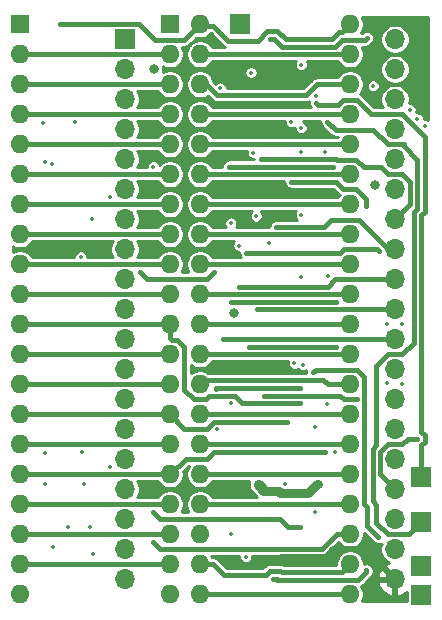
<source format=gbr>
G04 #@! TF.GenerationSoftware,KiCad,Pcbnew,(5.1.5)-3*
G04 #@! TF.CreationDate,2020-05-12T20:02:37-04:00*
G04 #@! TF.ProjectId,6526ESP32,36353236-4553-4503-9332-2e6b69636164,rev?*
G04 #@! TF.SameCoordinates,Original*
G04 #@! TF.FileFunction,Copper,L2,Inr*
G04 #@! TF.FilePolarity,Positive*
%FSLAX46Y46*%
G04 Gerber Fmt 4.6, Leading zero omitted, Abs format (unit mm)*
G04 Created by KiCad (PCBNEW (5.1.5)-3) date 2020-05-12 20:02:37*
%MOMM*%
%LPD*%
G04 APERTURE LIST*
%ADD10R,1.600000X1.600000*%
%ADD11O,1.600000X1.600000*%
%ADD12R,1.700000X1.700000*%
%ADD13O,1.700000X1.700000*%
%ADD14C,0.350000*%
%ADD15C,0.800000*%
%ADD16C,0.434000*%
%ADD17C,0.750000*%
%ADD18C,0.539000*%
%ADD19C,0.254000*%
G04 APERTURE END LIST*
D10*
X38100000Y-35560000D03*
D11*
X53340000Y-83820000D03*
X38100000Y-38100000D03*
X53340000Y-81280000D03*
X38100000Y-40640000D03*
X53340000Y-78740000D03*
X38100000Y-43180000D03*
X53340000Y-76200000D03*
X38100000Y-45720000D03*
X53340000Y-73660000D03*
X38100000Y-48260000D03*
X53340000Y-71120000D03*
X38100000Y-50800000D03*
X53340000Y-68580000D03*
X38100000Y-53340000D03*
X53340000Y-66040000D03*
X38100000Y-55880000D03*
X53340000Y-63500000D03*
X38100000Y-58420000D03*
X53340000Y-60960000D03*
X38100000Y-60960000D03*
X53340000Y-58420000D03*
X38100000Y-63500000D03*
X53340000Y-55880000D03*
X38100000Y-66040000D03*
X53340000Y-53340000D03*
X38100000Y-68580000D03*
X53340000Y-50800000D03*
X38100000Y-71120000D03*
X53340000Y-48260000D03*
X38100000Y-73660000D03*
X53340000Y-45720000D03*
X38100000Y-76200000D03*
X53340000Y-43180000D03*
X38100000Y-78740000D03*
X53340000Y-40640000D03*
X38100000Y-81280000D03*
X53340000Y-38100000D03*
X38100000Y-83820000D03*
X53340000Y-35560000D03*
D12*
X72085200Y-83896200D03*
X72085200Y-81432400D03*
X72085200Y-77673200D03*
X72085200Y-73888600D03*
X56769000Y-35560000D03*
D11*
X66040000Y-35560000D03*
X50800000Y-83820000D03*
X66040000Y-38100000D03*
X50800000Y-81280000D03*
X66040000Y-40640000D03*
X50800000Y-78740000D03*
X66040000Y-43180000D03*
X50800000Y-76200000D03*
X66040000Y-45720000D03*
X50800000Y-73660000D03*
X66040000Y-48260000D03*
X50800000Y-71120000D03*
X66040000Y-50800000D03*
X50800000Y-68580000D03*
X66040000Y-53340000D03*
X50800000Y-66040000D03*
X66040000Y-55880000D03*
X50800000Y-63500000D03*
X66040000Y-58420000D03*
X50800000Y-60960000D03*
X66040000Y-60960000D03*
X50800000Y-58420000D03*
X66040000Y-63500000D03*
X50800000Y-55880000D03*
X66040000Y-66040000D03*
X50800000Y-53340000D03*
X66040000Y-68580000D03*
X50800000Y-50800000D03*
X66040000Y-71120000D03*
X50800000Y-48260000D03*
X66040000Y-73660000D03*
X50800000Y-45720000D03*
X66040000Y-76200000D03*
X50800000Y-43180000D03*
X66040000Y-78740000D03*
X50800000Y-40640000D03*
X66040000Y-81280000D03*
X50800000Y-38100000D03*
X66040000Y-83820000D03*
D10*
X50800000Y-35560000D03*
D12*
X46990000Y-36830000D03*
D13*
X69850000Y-80010000D03*
X46990000Y-39370000D03*
X69850000Y-77470000D03*
X46990000Y-41910000D03*
X69850000Y-74930000D03*
X46990000Y-44450000D03*
X69850000Y-72390000D03*
X46990000Y-46990000D03*
X69850000Y-69850000D03*
X46990000Y-49530000D03*
X69850000Y-67310000D03*
X46990000Y-52070000D03*
X69850000Y-64770000D03*
X46990000Y-54610000D03*
X69850000Y-62230000D03*
X46990000Y-57150000D03*
X69850000Y-59690000D03*
X46990000Y-59690000D03*
X69850000Y-57150000D03*
X46990000Y-62230000D03*
X69850000Y-54610000D03*
X46990000Y-64770000D03*
X69850000Y-52070000D03*
X46990000Y-67310000D03*
X69850000Y-49530000D03*
X46990000Y-69850000D03*
X69850000Y-46990000D03*
X46990000Y-72390000D03*
X69850000Y-44450000D03*
X46990000Y-74930000D03*
X69850000Y-41910000D03*
X46990000Y-77470000D03*
X69850000Y-39370000D03*
X46990000Y-80010000D03*
X69850000Y-36830000D03*
X46990000Y-82550000D03*
X69850000Y-82550000D03*
D14*
X61912500Y-46355000D03*
X61912500Y-38989000D03*
X61912500Y-51689000D03*
X62039500Y-64389000D03*
X40068500Y-43878500D03*
X40195500Y-47244000D03*
X40195500Y-74485500D03*
X60515500Y-74485500D03*
X63119000Y-76835000D03*
X40214000Y-71863500D03*
D15*
X56197500Y-60007500D03*
X68199000Y-49149000D03*
X49466500Y-39370000D03*
D14*
X69166419Y-65961581D03*
X70462599Y-66037001D03*
X70470081Y-60974919D03*
X69141799Y-60957001D03*
X63944500Y-46355000D03*
X57848500Y-46418500D03*
X61912500Y-44323000D03*
X61912500Y-56959500D03*
X63119000Y-69659500D03*
X42799000Y-43815000D03*
X44196000Y-52070000D03*
X43243500Y-55245000D03*
X43370500Y-71755000D03*
X44259500Y-80391000D03*
X57213500Y-80645000D03*
X58229500Y-74358500D03*
X63373000Y-74358500D03*
X56007000Y-38989000D03*
X55181500Y-46418500D03*
X55943500Y-51689000D03*
X57213500Y-64389000D03*
X55499000Y-74422000D03*
X61912500Y-80645000D03*
X60198000Y-80645000D03*
X40214000Y-54320000D03*
X62928500Y-65024000D03*
X68453000Y-78994000D03*
X43497500Y-74485500D03*
X40864000Y-79785000D03*
X64135000Y-43815000D03*
X63182500Y-42227500D03*
X63182500Y-41592500D03*
X49339500Y-76835000D03*
X61849000Y-78105000D03*
X49339500Y-79375000D03*
X42164000Y-78105000D03*
X44069000Y-78105000D03*
X56007000Y-67627500D03*
X45722999Y-73022001D03*
X54784143Y-69833643D03*
X45722999Y-50167999D03*
X61340010Y-64262000D03*
X45085000Y-43180000D03*
X64120000Y-67691000D03*
X61849000Y-66357500D03*
X54673500Y-66421000D03*
X64790501Y-71734499D03*
X63944500Y-71755000D03*
X60706000Y-69214010D03*
X61849000Y-67627500D03*
X41529000Y-35560000D03*
X40830500Y-47371000D03*
X40830500Y-76200000D03*
X64822999Y-62875501D03*
X58102500Y-51816000D03*
X57467500Y-62865000D03*
X55943500Y-52387500D03*
X48260000Y-56515000D03*
X54546500Y-56515000D03*
X56642000Y-54292500D03*
X56642000Y-57785000D03*
X55308500Y-62230000D03*
X58166000Y-59690000D03*
X57277000Y-54927500D03*
X68506000Y-54747500D03*
X56007000Y-59055000D03*
X64833500Y-59055000D03*
X58547000Y-46990000D03*
X60071000Y-71120000D03*
X60706000Y-68580000D03*
X64198500Y-56884898D03*
X64198500Y-66040000D03*
X59436000Y-63500000D03*
X58801000Y-60960000D03*
X60452000Y-48260000D03*
X67373500Y-50927000D03*
X61087000Y-43817000D03*
X61087000Y-48895000D03*
X59183980Y-54100020D03*
X58801000Y-66992500D03*
X66624200Y-67310000D03*
X59817000Y-52705000D03*
X49403000Y-47625000D03*
X72385021Y-44137479D03*
X71729600Y-70637400D03*
X64643000Y-47625000D03*
X55054500Y-40957500D03*
X55773501Y-47604499D03*
X71117001Y-42801999D03*
X57663602Y-39650000D03*
X68008500Y-40767000D03*
X71751011Y-43564989D03*
X67500500Y-36703000D03*
X59309000Y-36766500D03*
X60960000Y-83820000D03*
X59499500Y-82486500D03*
X67437000Y-81788000D03*
X55943500Y-78740000D03*
D16*
X63198001Y-74533499D02*
X63373000Y-74358500D01*
X62653999Y-75077501D02*
X63198001Y-74533499D01*
X58701014Y-75077501D02*
X62653999Y-75077501D01*
X58229500Y-74358500D02*
X58229500Y-74605987D01*
D17*
X58701014Y-75077501D02*
X58229500Y-74605987D01*
X63279490Y-74452010D02*
X63373000Y-74452010D01*
X62495999Y-75235501D02*
X63279490Y-74452010D01*
X60155499Y-75235501D02*
X62495999Y-75235501D01*
X58701014Y-75077501D02*
X59997499Y-75077501D01*
X59997499Y-75077501D02*
X60155499Y-75235501D01*
X58323010Y-74452010D02*
X58229500Y-74452010D01*
X58701014Y-75077501D02*
X58701014Y-74830014D01*
X58701014Y-74830014D02*
X58323010Y-74452010D01*
D18*
X62159987Y-80645000D02*
X61912500Y-80645000D01*
X63974500Y-80645000D02*
X62159987Y-80645000D01*
X67310499Y-80010499D02*
X64609001Y-80010499D01*
X64609001Y-80010499D02*
X63974500Y-80645000D01*
X69850000Y-82550000D02*
X67310499Y-80010499D01*
X61912500Y-80645000D02*
X60198000Y-80645000D01*
D16*
X63129501Y-64822999D02*
X66624161Y-64822999D01*
X62928500Y-65024000D02*
X63129501Y-64822999D01*
X67258210Y-65457048D02*
X66624161Y-64822999D01*
X67258210Y-76155835D02*
X67258210Y-65457048D01*
X67513200Y-76410825D02*
X67258210Y-76155835D01*
X67513200Y-78054200D02*
X67513200Y-76410825D01*
X68453000Y-78994000D02*
X67513200Y-78054200D01*
X69244838Y-78740000D02*
X71018400Y-78740000D01*
X68275200Y-77770362D02*
X69244838Y-78740000D01*
X71018400Y-78740000D02*
X72085200Y-77673200D01*
X69241839Y-63502999D02*
X68275200Y-64469638D01*
X68021839Y-44502999D02*
X69241839Y-45722999D01*
X64135000Y-43815000D02*
X64822999Y-44502999D01*
X69241839Y-45722999D02*
X70614999Y-45722999D01*
X64822999Y-44502999D02*
X68021839Y-44502999D01*
X70614999Y-45722999D02*
X70614999Y-45879837D01*
X70614999Y-45879837D02*
X71751011Y-47015849D01*
X71751011Y-47015849D02*
X71751011Y-51184989D01*
X70452163Y-63502999D02*
X69241839Y-63502999D01*
X71751011Y-51184989D02*
X71450200Y-51485800D01*
X71450200Y-51485800D02*
X71450200Y-62504962D01*
X71450200Y-62504962D02*
X70452163Y-63502999D01*
X67948989Y-71519224D02*
X67948989Y-75949989D01*
X68275200Y-64469638D02*
X68275200Y-71193013D01*
X68275200Y-71193013D02*
X67948989Y-71519224D01*
X68275200Y-76276200D02*
X68275200Y-77770362D01*
X67948989Y-75949989D02*
X68275200Y-76276200D01*
X72085200Y-71544175D02*
X72085200Y-73888600D01*
X72085200Y-71178425D02*
X72085200Y-71544175D01*
X72363610Y-70374785D02*
X72363610Y-70900015D01*
X72085200Y-70096375D02*
X72363610Y-70374785D01*
X72085200Y-62768567D02*
X72085200Y-70096375D01*
X65455839Y-41962999D02*
X66624161Y-41962999D01*
X65000838Y-42418000D02*
X65455839Y-41962999D01*
X72084210Y-62767577D02*
X72085200Y-62768567D01*
X63182500Y-42227500D02*
X63373000Y-42418000D01*
X66624161Y-41962999D02*
X67844161Y-43182999D01*
X67844161Y-43182999D02*
X70458161Y-43182999D01*
X70458161Y-43182999D02*
X72385021Y-45109859D01*
X72385021Y-45109859D02*
X72385021Y-51447604D01*
X72385021Y-51447604D02*
X72084210Y-51748415D01*
X72363610Y-70900015D02*
X72085200Y-71178425D01*
X63373000Y-42418000D02*
X65000838Y-42418000D01*
X72084210Y-51748415D02*
X72084210Y-62767577D01*
X49921501Y-77417001D02*
X60145001Y-77417001D01*
X49339500Y-76835000D02*
X49921501Y-77417001D01*
X60145001Y-77417001D02*
X60833000Y-78105000D01*
X60833000Y-78105000D02*
X61849000Y-78105000D01*
X63691629Y-79957001D02*
X49921501Y-79957001D01*
X66040000Y-78740000D02*
X64908630Y-78740000D01*
X64908630Y-78740000D02*
X63691629Y-79957001D01*
X49921501Y-79957001D02*
X49339500Y-79375000D01*
X47595162Y-43180000D02*
X50800000Y-43180000D01*
X38100000Y-43180000D02*
X47595162Y-43180000D01*
X53340000Y-38100000D02*
X66040000Y-38100000D01*
X38100000Y-58420000D02*
X50800000Y-58420000D01*
X54717489Y-66357500D02*
X54673500Y-66401489D01*
X61849000Y-66357500D02*
X54717489Y-66357500D01*
X53340000Y-76200000D02*
X66040000Y-76200000D01*
X38100000Y-73660000D02*
X50800000Y-73660000D01*
X50800000Y-73660000D02*
X52122999Y-72337001D01*
X52122999Y-72337001D02*
X53924161Y-72337001D01*
X53924161Y-72337001D02*
X54507152Y-71754010D01*
X54507152Y-71754010D02*
X63943510Y-71754010D01*
X47595162Y-68580000D02*
X50800000Y-68580000D01*
X38100000Y-68580000D02*
X47595162Y-68580000D01*
X52017001Y-69797001D02*
X53924161Y-69797001D01*
X50800000Y-68580000D02*
X52017001Y-69797001D01*
X53924161Y-69797001D02*
X54507152Y-69214010D01*
X54507152Y-69214010D02*
X60706000Y-69214010D01*
X38100000Y-60960000D02*
X50800000Y-60960000D01*
X50800000Y-62091370D02*
X50800000Y-60960000D01*
X50991629Y-62282999D02*
X50800000Y-62091370D01*
X51384161Y-62282999D02*
X50991629Y-62282999D01*
X52017001Y-62915839D02*
X51384161Y-62282999D01*
X52017001Y-66518163D02*
X52017001Y-62915839D01*
X61849000Y-67627500D02*
X56883162Y-67627500D01*
X56291161Y-67035499D02*
X54145663Y-67035499D01*
X54145663Y-67035499D02*
X53871162Y-67310000D01*
X53871162Y-67310000D02*
X52808838Y-67310000D01*
X56883162Y-67627500D02*
X56291161Y-67035499D01*
X52808838Y-67310000D02*
X52017001Y-66518163D01*
X49493601Y-36882999D02*
X48170602Y-35560000D01*
X53340000Y-35560000D02*
X52017001Y-36882999D01*
X52017001Y-36882999D02*
X49493601Y-36882999D01*
X48170602Y-35560000D02*
X41529000Y-35560000D01*
X65405000Y-36195000D02*
X66040000Y-35560000D01*
X65143376Y-36195000D02*
X65405000Y-36195000D01*
X60586624Y-36830000D02*
X64508376Y-36830000D01*
X59889115Y-36132490D02*
X60586624Y-36830000D01*
X64508376Y-36830000D02*
X65143376Y-36195000D01*
X54471370Y-35712972D02*
X55715398Y-36957000D01*
X59046385Y-36132490D02*
X59889115Y-36132490D01*
X58221875Y-36957000D02*
X59046385Y-36132490D01*
X55715398Y-36957000D02*
X58221875Y-36957000D01*
X53492972Y-35712972D02*
X53340000Y-35560000D01*
X54471370Y-35712972D02*
X53492972Y-35712972D01*
X47595162Y-76200000D02*
X50800000Y-76200000D01*
X38100000Y-76200000D02*
X47595162Y-76200000D01*
X64812498Y-62865000D02*
X64822999Y-62875501D01*
X57467500Y-62865000D02*
X64812498Y-62865000D01*
X48842001Y-57097001D02*
X53964499Y-57097001D01*
X48260000Y-56515000D02*
X48842001Y-57097001D01*
X53964499Y-57097001D02*
X54546500Y-56515000D01*
X64809560Y-57150000D02*
X69850000Y-57150000D01*
X56642000Y-57785000D02*
X64174560Y-57785000D01*
X64174560Y-57785000D02*
X64809560Y-57150000D01*
X55308500Y-62230000D02*
X69850000Y-62230000D01*
X69850000Y-59690000D02*
X58166000Y-59690000D01*
X57277000Y-54927500D02*
X65191338Y-54927500D01*
X65191338Y-54927500D02*
X65561837Y-54557001D01*
X65561837Y-54557001D02*
X68315500Y-54557001D01*
X68315500Y-54557001D02*
X68506000Y-54747500D01*
X68506000Y-54747500D02*
X68506000Y-54747501D01*
X56007000Y-59055000D02*
X64833500Y-59055000D01*
X67257001Y-47675839D02*
X66591663Y-47010501D01*
X64885114Y-46970489D02*
X58547000Y-46970489D01*
X66591663Y-47010501D02*
X64925126Y-47010501D01*
X64925126Y-47010501D02*
X64885114Y-46970489D01*
X70699999Y-51220001D02*
X69850000Y-52070000D01*
X71117001Y-50802999D02*
X70699999Y-51220001D01*
X70458161Y-48262999D02*
X71117001Y-48921839D01*
X69247837Y-48262999D02*
X70458161Y-48262999D01*
X68660677Y-47675839D02*
X69247837Y-48262999D01*
X71117001Y-48921839D02*
X71117001Y-50802999D01*
X67257001Y-47675839D02*
X68660677Y-47675839D01*
X53340000Y-71120000D02*
X60071000Y-71120000D01*
X60071000Y-71120000D02*
X66040000Y-71120000D01*
X53340000Y-68580000D02*
X66040000Y-68580000D01*
X66040000Y-66040000D02*
X64198500Y-66040000D01*
X53721000Y-65659000D02*
X53340000Y-66040000D01*
X64023501Y-65865001D02*
X63960001Y-65865001D01*
X64198500Y-66040000D02*
X64023501Y-65865001D01*
X63960001Y-65865001D02*
X63753008Y-65658008D01*
X63753008Y-65658008D02*
X56134992Y-65658008D01*
X56134992Y-65658008D02*
X56134000Y-65659000D01*
X56134000Y-65659000D02*
X53721000Y-65659000D01*
X65095125Y-63500000D02*
X66040000Y-63500000D01*
X65085614Y-63509511D02*
X65095125Y-63500000D01*
X55310386Y-63509511D02*
X65085614Y-63509511D01*
X55300875Y-63500000D02*
X55310386Y-63509511D01*
X53340000Y-63500000D02*
X55300875Y-63500000D01*
X53340000Y-60960000D02*
X58801000Y-60960000D01*
X58801000Y-60960000D02*
X66040000Y-60960000D01*
X53340000Y-58420000D02*
X66040000Y-58420000D01*
X53340000Y-55880000D02*
X66040000Y-55880000D01*
X53340000Y-53340000D02*
X66040000Y-53340000D01*
X64908630Y-40640000D02*
X66040000Y-40640000D01*
X63258838Y-40640000D02*
X64908630Y-40640000D01*
X62349337Y-41549501D02*
X63258838Y-40640000D01*
X54770339Y-41549501D02*
X62349337Y-41549501D01*
X53860838Y-40640000D02*
X54770339Y-41549501D01*
X53340000Y-40640000D02*
X53860838Y-40640000D01*
X53340000Y-43180000D02*
X66040000Y-43180000D01*
X53340000Y-45720000D02*
X66040000Y-45720000D01*
X53340000Y-48260000D02*
X66040000Y-48260000D01*
X67373500Y-50332338D02*
X67373500Y-50927000D01*
X66518163Y-49477001D02*
X67373500Y-50332338D01*
X65455839Y-49477001D02*
X66518163Y-49477001D01*
X64873838Y-48895000D02*
X65455839Y-49477001D01*
X61087000Y-48895000D02*
X64873838Y-48895000D01*
X65405000Y-81915000D02*
X66040000Y-81280000D01*
X65405000Y-81968989D02*
X65405000Y-81915000D01*
X60135490Y-81852490D02*
X60251989Y-81968989D01*
X54471370Y-81280000D02*
X55360370Y-82169000D01*
X53340000Y-81280000D02*
X54471370Y-81280000D01*
X55360370Y-82169000D02*
X58920375Y-82169000D01*
X58920375Y-82169000D02*
X59236885Y-81852490D01*
X60251989Y-81968989D02*
X65405000Y-81968989D01*
X59236885Y-81852490D02*
X60135490Y-81852490D01*
X65508838Y-67310000D02*
X66624200Y-67310000D01*
X58801000Y-66992500D02*
X65191338Y-66992500D01*
X65191338Y-66992500D02*
X65508838Y-67310000D01*
X64399501Y-52122999D02*
X63817500Y-52705000D01*
X66778122Y-52122999D02*
X64399501Y-52122999D01*
X69850000Y-54610000D02*
X69265123Y-54610000D01*
X69265123Y-54610000D02*
X66778122Y-52122999D01*
X63690500Y-52705000D02*
X63689510Y-52705990D01*
X63817500Y-52705000D02*
X63690500Y-52705000D01*
X63689510Y-52705990D02*
X59817000Y-52705000D01*
X69000001Y-74080001D02*
X69850000Y-74930000D01*
X68582999Y-73662999D02*
X69000001Y-74080001D01*
X68582999Y-71781839D02*
X68582999Y-73662999D01*
X69247837Y-71117001D02*
X68582999Y-71781839D01*
X70458161Y-71117001D02*
X69247837Y-71117001D01*
X70937762Y-70637400D02*
X70458161Y-71117001D01*
X71729600Y-70637400D02*
X70937762Y-70637400D01*
X64622499Y-47604499D02*
X64643000Y-47625000D01*
X55773501Y-47604499D02*
X64622499Y-47604499D01*
X59309000Y-36766500D02*
X59319501Y-36777001D01*
X59309000Y-36766500D02*
X59626500Y-36766500D01*
X59626500Y-36766500D02*
X60325000Y-37465000D01*
X60325000Y-37465000D02*
X64770000Y-37465000D01*
X65357001Y-36877999D02*
X67325501Y-36877999D01*
X67325501Y-36877999D02*
X67500500Y-36703000D01*
X64770000Y-37465000D02*
X65357001Y-36877999D01*
X53340000Y-50800000D02*
X66040000Y-50800000D01*
X53340000Y-83820000D02*
X66040000Y-83820000D01*
X53340000Y-73660000D02*
X66040000Y-73660000D01*
X59499500Y-82486500D02*
X59510001Y-82497001D01*
X59746987Y-82486500D02*
X59499500Y-82486500D01*
X59863486Y-82602999D02*
X59746987Y-82486500D01*
X59989374Y-82602999D02*
X66749001Y-82602999D01*
X59746987Y-82486500D02*
X59872875Y-82486500D01*
X59872875Y-82486500D02*
X59989374Y-82602999D01*
X66749001Y-82602999D02*
X67437000Y-81915000D01*
X67437000Y-81915000D02*
X67437000Y-81788000D01*
X67437000Y-81788000D02*
X67437000Y-81788000D01*
X38100000Y-38100000D02*
X50800000Y-38100000D01*
X47595162Y-40640000D02*
X50800000Y-40640000D01*
X38100000Y-40640000D02*
X47595162Y-40640000D01*
X38100000Y-45720000D02*
X50800000Y-45720000D01*
X38100000Y-48260000D02*
X50800000Y-48260000D01*
X38100000Y-50800000D02*
X50800000Y-50800000D01*
X38100000Y-53340000D02*
X50800000Y-53340000D01*
X47595162Y-55880000D02*
X50800000Y-55880000D01*
X38100000Y-55880000D02*
X47595162Y-55880000D01*
X38100000Y-63500000D02*
X50800000Y-63500000D01*
X38100000Y-66040000D02*
X50800000Y-66040000D01*
X38100000Y-71120000D02*
X50800000Y-71120000D01*
X47595162Y-78740000D02*
X50800000Y-78740000D01*
X38100000Y-78740000D02*
X47595162Y-78740000D01*
X38100000Y-81280000D02*
X50800000Y-81280000D01*
D19*
G36*
X68050920Y-79437619D02*
G01*
X68119161Y-79493624D01*
X68223048Y-79549153D01*
X68335771Y-79583346D01*
X68453000Y-79594893D01*
X68570228Y-79583346D01*
X68682951Y-79549153D01*
X68715720Y-79531638D01*
X68666307Y-79650931D01*
X68619000Y-79888757D01*
X68619000Y-80131243D01*
X68666307Y-80369069D01*
X68759102Y-80593097D01*
X68893820Y-80794717D01*
X69065283Y-80966180D01*
X69266903Y-81100898D01*
X69381168Y-81148228D01*
X69218748Y-81205843D01*
X68968645Y-81354822D01*
X68752412Y-81549731D01*
X68578359Y-81783080D01*
X68453175Y-82045901D01*
X68408524Y-82193110D01*
X68529845Y-82423000D01*
X69723000Y-82423000D01*
X69723000Y-82403000D01*
X69977000Y-82403000D01*
X69977000Y-82423000D01*
X69997000Y-82423000D01*
X69997000Y-82677000D01*
X69977000Y-82677000D01*
X69977000Y-83870814D01*
X70206891Y-83991481D01*
X70481252Y-83894157D01*
X70731355Y-83745178D01*
X70852357Y-83636109D01*
X70852357Y-84430000D01*
X67052787Y-84430000D01*
X67086588Y-84379413D01*
X67175614Y-84164485D01*
X67221000Y-83936318D01*
X67221000Y-83703682D01*
X67175614Y-83475515D01*
X67086588Y-83260587D01*
X67007830Y-83142717D01*
X67082839Y-83102623D01*
X67173897Y-83027895D01*
X67192627Y-83005072D01*
X67290809Y-82906890D01*
X68408524Y-82906890D01*
X68453175Y-83054099D01*
X68578359Y-83316920D01*
X68752412Y-83550269D01*
X68968645Y-83745178D01*
X69218748Y-83894157D01*
X69493109Y-83991481D01*
X69723000Y-83870814D01*
X69723000Y-82677000D01*
X68529845Y-82677000D01*
X68408524Y-82906890D01*
X67290809Y-82906890D01*
X67839081Y-82358619D01*
X67861896Y-82339896D01*
X67904794Y-82287624D01*
X67936624Y-82248839D01*
X67992153Y-82144952D01*
X68007329Y-82094922D01*
X68026347Y-82032228D01*
X68034262Y-81951867D01*
X68037894Y-81915000D01*
X68035000Y-81885622D01*
X68035000Y-81817373D01*
X68037893Y-81788000D01*
X68026347Y-81670772D01*
X67992153Y-81558048D01*
X67936624Y-81454162D01*
X67861896Y-81363104D01*
X67770838Y-81288376D01*
X67666952Y-81232847D01*
X67554228Y-81198653D01*
X67466373Y-81190000D01*
X67437000Y-81187107D01*
X67407627Y-81190000D01*
X67319772Y-81198653D01*
X67221000Y-81228615D01*
X67221000Y-81163682D01*
X67175614Y-80935515D01*
X67086588Y-80720587D01*
X66957342Y-80527157D01*
X66792843Y-80362658D01*
X66599413Y-80233412D01*
X66384485Y-80144386D01*
X66156318Y-80099000D01*
X65923682Y-80099000D01*
X65695515Y-80144386D01*
X65480587Y-80233412D01*
X65287157Y-80362658D01*
X65122658Y-80527157D01*
X64993412Y-80720587D01*
X64904386Y-80935515D01*
X64859000Y-81163682D01*
X64859000Y-81370989D01*
X60491411Y-81370989D01*
X60469328Y-81352866D01*
X60365442Y-81297337D01*
X60252718Y-81263143D01*
X60164863Y-81254490D01*
X60164860Y-81254490D01*
X60135490Y-81251597D01*
X60106120Y-81254490D01*
X59266255Y-81254490D01*
X59236885Y-81251597D01*
X59207514Y-81254490D01*
X59207512Y-81254490D01*
X59119657Y-81263143D01*
X59006933Y-81297337D01*
X58903047Y-81352866D01*
X58811989Y-81427594D01*
X58793255Y-81450422D01*
X58672677Y-81571000D01*
X55608069Y-81571000D01*
X54914996Y-80877927D01*
X54896266Y-80855104D01*
X54805208Y-80780376D01*
X54701322Y-80724847D01*
X54588598Y-80690653D01*
X54500743Y-80682000D01*
X54500740Y-80682000D01*
X54471370Y-80679107D01*
X54442000Y-80682000D01*
X54360805Y-80682000D01*
X54275947Y-80555001D01*
X56664509Y-80555001D01*
X56657500Y-80590239D01*
X56657500Y-80699761D01*
X56678867Y-80807179D01*
X56720779Y-80908365D01*
X56781627Y-80999429D01*
X56859071Y-81076873D01*
X56950135Y-81137721D01*
X57051321Y-81179633D01*
X57158739Y-81201000D01*
X57268261Y-81201000D01*
X57375679Y-81179633D01*
X57476865Y-81137721D01*
X57567929Y-81076873D01*
X57645373Y-80999429D01*
X57706221Y-80908365D01*
X57748133Y-80807179D01*
X57769500Y-80699761D01*
X57769500Y-80590239D01*
X57762491Y-80555001D01*
X63662259Y-80555001D01*
X63691629Y-80557894D01*
X63720999Y-80555001D01*
X63721002Y-80555001D01*
X63808857Y-80546348D01*
X63921581Y-80512154D01*
X64025467Y-80456625D01*
X64116525Y-80381897D01*
X64135255Y-80359074D01*
X65074124Y-79420206D01*
X65122658Y-79492843D01*
X65287157Y-79657342D01*
X65480587Y-79786588D01*
X65695515Y-79875614D01*
X65923682Y-79921000D01*
X66156318Y-79921000D01*
X66384485Y-79875614D01*
X66599413Y-79786588D01*
X66792843Y-79657342D01*
X66957342Y-79492843D01*
X67086588Y-79299413D01*
X67175614Y-79084485D01*
X67221000Y-78856318D01*
X67221000Y-78623682D01*
X67217031Y-78603730D01*
X68050920Y-79437619D01*
G37*
X68050920Y-79437619D02*
X68119161Y-79493624D01*
X68223048Y-79549153D01*
X68335771Y-79583346D01*
X68453000Y-79594893D01*
X68570228Y-79583346D01*
X68682951Y-79549153D01*
X68715720Y-79531638D01*
X68666307Y-79650931D01*
X68619000Y-79888757D01*
X68619000Y-80131243D01*
X68666307Y-80369069D01*
X68759102Y-80593097D01*
X68893820Y-80794717D01*
X69065283Y-80966180D01*
X69266903Y-81100898D01*
X69381168Y-81148228D01*
X69218748Y-81205843D01*
X68968645Y-81354822D01*
X68752412Y-81549731D01*
X68578359Y-81783080D01*
X68453175Y-82045901D01*
X68408524Y-82193110D01*
X68529845Y-82423000D01*
X69723000Y-82423000D01*
X69723000Y-82403000D01*
X69977000Y-82403000D01*
X69977000Y-82423000D01*
X69997000Y-82423000D01*
X69997000Y-82677000D01*
X69977000Y-82677000D01*
X69977000Y-83870814D01*
X70206891Y-83991481D01*
X70481252Y-83894157D01*
X70731355Y-83745178D01*
X70852357Y-83636109D01*
X70852357Y-84430000D01*
X67052787Y-84430000D01*
X67086588Y-84379413D01*
X67175614Y-84164485D01*
X67221000Y-83936318D01*
X67221000Y-83703682D01*
X67175614Y-83475515D01*
X67086588Y-83260587D01*
X67007830Y-83142717D01*
X67082839Y-83102623D01*
X67173897Y-83027895D01*
X67192627Y-83005072D01*
X67290809Y-82906890D01*
X68408524Y-82906890D01*
X68453175Y-83054099D01*
X68578359Y-83316920D01*
X68752412Y-83550269D01*
X68968645Y-83745178D01*
X69218748Y-83894157D01*
X69493109Y-83991481D01*
X69723000Y-83870814D01*
X69723000Y-82677000D01*
X68529845Y-82677000D01*
X68408524Y-82906890D01*
X67290809Y-82906890D01*
X67839081Y-82358619D01*
X67861896Y-82339896D01*
X67904794Y-82287624D01*
X67936624Y-82248839D01*
X67992153Y-82144952D01*
X68007329Y-82094922D01*
X68026347Y-82032228D01*
X68034262Y-81951867D01*
X68037894Y-81915000D01*
X68035000Y-81885622D01*
X68035000Y-81817373D01*
X68037893Y-81788000D01*
X68026347Y-81670772D01*
X67992153Y-81558048D01*
X67936624Y-81454162D01*
X67861896Y-81363104D01*
X67770838Y-81288376D01*
X67666952Y-81232847D01*
X67554228Y-81198653D01*
X67466373Y-81190000D01*
X67437000Y-81187107D01*
X67407627Y-81190000D01*
X67319772Y-81198653D01*
X67221000Y-81228615D01*
X67221000Y-81163682D01*
X67175614Y-80935515D01*
X67086588Y-80720587D01*
X66957342Y-80527157D01*
X66792843Y-80362658D01*
X66599413Y-80233412D01*
X66384485Y-80144386D01*
X66156318Y-80099000D01*
X65923682Y-80099000D01*
X65695515Y-80144386D01*
X65480587Y-80233412D01*
X65287157Y-80362658D01*
X65122658Y-80527157D01*
X64993412Y-80720587D01*
X64904386Y-80935515D01*
X64859000Y-81163682D01*
X64859000Y-81370989D01*
X60491411Y-81370989D01*
X60469328Y-81352866D01*
X60365442Y-81297337D01*
X60252718Y-81263143D01*
X60164863Y-81254490D01*
X60164860Y-81254490D01*
X60135490Y-81251597D01*
X60106120Y-81254490D01*
X59266255Y-81254490D01*
X59236885Y-81251597D01*
X59207514Y-81254490D01*
X59207512Y-81254490D01*
X59119657Y-81263143D01*
X59006933Y-81297337D01*
X58903047Y-81352866D01*
X58811989Y-81427594D01*
X58793255Y-81450422D01*
X58672677Y-81571000D01*
X55608069Y-81571000D01*
X54914996Y-80877927D01*
X54896266Y-80855104D01*
X54805208Y-80780376D01*
X54701322Y-80724847D01*
X54588598Y-80690653D01*
X54500743Y-80682000D01*
X54500740Y-80682000D01*
X54471370Y-80679107D01*
X54442000Y-80682000D01*
X54360805Y-80682000D01*
X54275947Y-80555001D01*
X56664509Y-80555001D01*
X56657500Y-80590239D01*
X56657500Y-80699761D01*
X56678867Y-80807179D01*
X56720779Y-80908365D01*
X56781627Y-80999429D01*
X56859071Y-81076873D01*
X56950135Y-81137721D01*
X57051321Y-81179633D01*
X57158739Y-81201000D01*
X57268261Y-81201000D01*
X57375679Y-81179633D01*
X57476865Y-81137721D01*
X57567929Y-81076873D01*
X57645373Y-80999429D01*
X57706221Y-80908365D01*
X57748133Y-80807179D01*
X57769500Y-80699761D01*
X57769500Y-80590239D01*
X57762491Y-80555001D01*
X63662259Y-80555001D01*
X63691629Y-80557894D01*
X63720999Y-80555001D01*
X63721002Y-80555001D01*
X63808857Y-80546348D01*
X63921581Y-80512154D01*
X64025467Y-80456625D01*
X64116525Y-80381897D01*
X64135255Y-80359074D01*
X65074124Y-79420206D01*
X65122658Y-79492843D01*
X65287157Y-79657342D01*
X65480587Y-79786588D01*
X65695515Y-79875614D01*
X65923682Y-79921000D01*
X66156318Y-79921000D01*
X66384485Y-79875614D01*
X66599413Y-79786588D01*
X66792843Y-79657342D01*
X66957342Y-79492843D01*
X67086588Y-79299413D01*
X67175614Y-79084485D01*
X67221000Y-78856318D01*
X67221000Y-78623682D01*
X67217031Y-78603730D01*
X68050920Y-79437619D01*
G36*
X52293412Y-73100587D02*
G01*
X52204386Y-73315515D01*
X52159000Y-73543682D01*
X52159000Y-73776318D01*
X52204386Y-74004485D01*
X52293412Y-74219413D01*
X52422658Y-74412843D01*
X52587157Y-74577342D01*
X52780587Y-74706588D01*
X52995515Y-74795614D01*
X53223682Y-74841000D01*
X53456318Y-74841000D01*
X53684485Y-74795614D01*
X53899413Y-74706588D01*
X54092843Y-74577342D01*
X54257342Y-74412843D01*
X54360805Y-74258000D01*
X57498335Y-74258000D01*
X57484440Y-74303808D01*
X57469843Y-74452010D01*
X57477426Y-74528999D01*
X57469843Y-74605987D01*
X57484440Y-74754188D01*
X57527669Y-74896695D01*
X57597869Y-75028029D01*
X57668674Y-75114305D01*
X58140177Y-75585808D01*
X58153465Y-75602000D01*
X54360805Y-75602000D01*
X54257342Y-75447157D01*
X54092843Y-75282658D01*
X53899413Y-75153412D01*
X53684485Y-75064386D01*
X53456318Y-75019000D01*
X53223682Y-75019000D01*
X52995515Y-75064386D01*
X52780587Y-75153412D01*
X52587157Y-75282658D01*
X52422658Y-75447157D01*
X52293412Y-75640587D01*
X52204386Y-75855515D01*
X52159000Y-76083682D01*
X52159000Y-76316318D01*
X52204386Y-76544485D01*
X52293412Y-76759413D01*
X52333227Y-76819001D01*
X51806773Y-76819001D01*
X51846588Y-76759413D01*
X51935614Y-76544485D01*
X51981000Y-76316318D01*
X51981000Y-76083682D01*
X51935614Y-75855515D01*
X51846588Y-75640587D01*
X51717342Y-75447157D01*
X51552843Y-75282658D01*
X51359413Y-75153412D01*
X51144485Y-75064386D01*
X50916318Y-75019000D01*
X50683682Y-75019000D01*
X50455515Y-75064386D01*
X50240587Y-75153412D01*
X50047157Y-75282658D01*
X49882658Y-75447157D01*
X49779195Y-75602000D01*
X48021495Y-75602000D01*
X48080898Y-75513097D01*
X48173693Y-75289069D01*
X48221000Y-75051243D01*
X48221000Y-74808757D01*
X48173693Y-74570931D01*
X48080898Y-74346903D01*
X48021495Y-74258000D01*
X49779195Y-74258000D01*
X49882658Y-74412843D01*
X50047157Y-74577342D01*
X50240587Y-74706588D01*
X50455515Y-74795614D01*
X50683682Y-74841000D01*
X50916318Y-74841000D01*
X51144485Y-74795614D01*
X51359413Y-74706588D01*
X51552843Y-74577342D01*
X51717342Y-74412843D01*
X51846588Y-74219413D01*
X51935614Y-74004485D01*
X51981000Y-73776318D01*
X51981000Y-73543682D01*
X51944668Y-73361032D01*
X52370699Y-72935001D01*
X52404053Y-72935001D01*
X52293412Y-73100587D01*
G37*
X52293412Y-73100587D02*
X52204386Y-73315515D01*
X52159000Y-73543682D01*
X52159000Y-73776318D01*
X52204386Y-74004485D01*
X52293412Y-74219413D01*
X52422658Y-74412843D01*
X52587157Y-74577342D01*
X52780587Y-74706588D01*
X52995515Y-74795614D01*
X53223682Y-74841000D01*
X53456318Y-74841000D01*
X53684485Y-74795614D01*
X53899413Y-74706588D01*
X54092843Y-74577342D01*
X54257342Y-74412843D01*
X54360805Y-74258000D01*
X57498335Y-74258000D01*
X57484440Y-74303808D01*
X57469843Y-74452010D01*
X57477426Y-74528999D01*
X57469843Y-74605987D01*
X57484440Y-74754188D01*
X57527669Y-74896695D01*
X57597869Y-75028029D01*
X57668674Y-75114305D01*
X58140177Y-75585808D01*
X58153465Y-75602000D01*
X54360805Y-75602000D01*
X54257342Y-75447157D01*
X54092843Y-75282658D01*
X53899413Y-75153412D01*
X53684485Y-75064386D01*
X53456318Y-75019000D01*
X53223682Y-75019000D01*
X52995515Y-75064386D01*
X52780587Y-75153412D01*
X52587157Y-75282658D01*
X52422658Y-75447157D01*
X52293412Y-75640587D01*
X52204386Y-75855515D01*
X52159000Y-76083682D01*
X52159000Y-76316318D01*
X52204386Y-76544485D01*
X52293412Y-76759413D01*
X52333227Y-76819001D01*
X51806773Y-76819001D01*
X51846588Y-76759413D01*
X51935614Y-76544485D01*
X51981000Y-76316318D01*
X51981000Y-76083682D01*
X51935614Y-75855515D01*
X51846588Y-75640587D01*
X51717342Y-75447157D01*
X51552843Y-75282658D01*
X51359413Y-75153412D01*
X51144485Y-75064386D01*
X50916318Y-75019000D01*
X50683682Y-75019000D01*
X50455515Y-75064386D01*
X50240587Y-75153412D01*
X50047157Y-75282658D01*
X49882658Y-75447157D01*
X49779195Y-75602000D01*
X48021495Y-75602000D01*
X48080898Y-75513097D01*
X48173693Y-75289069D01*
X48221000Y-75051243D01*
X48221000Y-74808757D01*
X48173693Y-74570931D01*
X48080898Y-74346903D01*
X48021495Y-74258000D01*
X49779195Y-74258000D01*
X49882658Y-74412843D01*
X50047157Y-74577342D01*
X50240587Y-74706588D01*
X50455515Y-74795614D01*
X50683682Y-74841000D01*
X50916318Y-74841000D01*
X51144485Y-74795614D01*
X51359413Y-74706588D01*
X51552843Y-74577342D01*
X51717342Y-74412843D01*
X51846588Y-74219413D01*
X51935614Y-74004485D01*
X51981000Y-73776318D01*
X51981000Y-73543682D01*
X51944668Y-73361032D01*
X52370699Y-72935001D01*
X52404053Y-72935001D01*
X52293412Y-73100587D01*
G36*
X55193158Y-64098858D02*
G01*
X55281013Y-64107511D01*
X55281016Y-64107511D01*
X55310386Y-64110404D01*
X55339756Y-64107511D01*
X60803847Y-64107511D01*
X60784010Y-64207239D01*
X60784010Y-64316761D01*
X60805377Y-64424179D01*
X60847289Y-64525365D01*
X60908137Y-64616429D01*
X60985581Y-64693873D01*
X61076645Y-64754721D01*
X61177831Y-64796633D01*
X61285249Y-64818000D01*
X61394771Y-64818000D01*
X61502189Y-64796633D01*
X61603375Y-64754721D01*
X61612693Y-64748495D01*
X61685071Y-64820873D01*
X61776135Y-64881721D01*
X61877321Y-64923633D01*
X61984739Y-64945000D01*
X62094261Y-64945000D01*
X62201679Y-64923633D01*
X62302865Y-64881721D01*
X62357910Y-64844941D01*
X62339154Y-64906772D01*
X62327607Y-65024000D01*
X62331154Y-65060008D01*
X56164362Y-65060008D01*
X56134992Y-65057115D01*
X56105622Y-65060008D01*
X56105619Y-65060008D01*
X56095547Y-65061000D01*
X54000565Y-65061000D01*
X53899413Y-64993412D01*
X53684485Y-64904386D01*
X53456318Y-64859000D01*
X53223682Y-64859000D01*
X52995515Y-64904386D01*
X52780587Y-64993412D01*
X52615001Y-65104053D01*
X52615001Y-64435947D01*
X52780587Y-64546588D01*
X52995515Y-64635614D01*
X53223682Y-64681000D01*
X53456318Y-64681000D01*
X53684485Y-64635614D01*
X53899413Y-64546588D01*
X54092843Y-64417342D01*
X54257342Y-64252843D01*
X54360805Y-64098000D01*
X55190330Y-64098000D01*
X55193158Y-64098858D01*
G37*
X55193158Y-64098858D02*
X55281013Y-64107511D01*
X55281016Y-64107511D01*
X55310386Y-64110404D01*
X55339756Y-64107511D01*
X60803847Y-64107511D01*
X60784010Y-64207239D01*
X60784010Y-64316761D01*
X60805377Y-64424179D01*
X60847289Y-64525365D01*
X60908137Y-64616429D01*
X60985581Y-64693873D01*
X61076645Y-64754721D01*
X61177831Y-64796633D01*
X61285249Y-64818000D01*
X61394771Y-64818000D01*
X61502189Y-64796633D01*
X61603375Y-64754721D01*
X61612693Y-64748495D01*
X61685071Y-64820873D01*
X61776135Y-64881721D01*
X61877321Y-64923633D01*
X61984739Y-64945000D01*
X62094261Y-64945000D01*
X62201679Y-64923633D01*
X62302865Y-64881721D01*
X62357910Y-64844941D01*
X62339154Y-64906772D01*
X62327607Y-65024000D01*
X62331154Y-65060008D01*
X56164362Y-65060008D01*
X56134992Y-65057115D01*
X56105622Y-65060008D01*
X56105619Y-65060008D01*
X56095547Y-65061000D01*
X54000565Y-65061000D01*
X53899413Y-64993412D01*
X53684485Y-64904386D01*
X53456318Y-64859000D01*
X53223682Y-64859000D01*
X52995515Y-64904386D01*
X52780587Y-64993412D01*
X52615001Y-65104053D01*
X52615001Y-64435947D01*
X52780587Y-64546588D01*
X52995515Y-64635614D01*
X53223682Y-64681000D01*
X53456318Y-64681000D01*
X53684485Y-64635614D01*
X53899413Y-64546588D01*
X54092843Y-64417342D01*
X54257342Y-64252843D01*
X54360805Y-64098000D01*
X55190330Y-64098000D01*
X55193158Y-64098858D01*
G36*
X72619000Y-43632586D02*
G01*
X72547200Y-43602846D01*
X72439782Y-43581479D01*
X72330260Y-43581479D01*
X72307011Y-43586104D01*
X72307011Y-43510228D01*
X72285644Y-43402810D01*
X72243732Y-43301624D01*
X72182884Y-43210560D01*
X72105440Y-43133116D01*
X72014376Y-43072268D01*
X71913190Y-43030356D01*
X71805772Y-43008989D01*
X71696250Y-43008989D01*
X71627400Y-43022684D01*
X71651634Y-42964178D01*
X71673001Y-42856760D01*
X71673001Y-42747238D01*
X71651634Y-42639820D01*
X71609722Y-42538634D01*
X71548874Y-42447570D01*
X71471430Y-42370126D01*
X71380366Y-42309278D01*
X71279180Y-42267366D01*
X71171762Y-42245999D01*
X71062240Y-42245999D01*
X71037295Y-42250961D01*
X71081000Y-42031243D01*
X71081000Y-41788757D01*
X71033693Y-41550931D01*
X70940898Y-41326903D01*
X70806180Y-41125283D01*
X70634717Y-40953820D01*
X70433097Y-40819102D01*
X70209069Y-40726307D01*
X69971243Y-40679000D01*
X69728757Y-40679000D01*
X69490931Y-40726307D01*
X69266903Y-40819102D01*
X69065283Y-40953820D01*
X68893820Y-41125283D01*
X68759102Y-41326903D01*
X68666307Y-41550931D01*
X68619000Y-41788757D01*
X68619000Y-42031243D01*
X68666307Y-42269069D01*
X68759102Y-42493097D01*
X68820509Y-42584999D01*
X68091861Y-42584999D01*
X67067787Y-41560926D01*
X67049057Y-41538103D01*
X66957999Y-41463375D01*
X66911607Y-41438578D01*
X66957342Y-41392843D01*
X67086588Y-41199413D01*
X67175614Y-40984485D01*
X67221000Y-40756318D01*
X67221000Y-40712239D01*
X67452500Y-40712239D01*
X67452500Y-40821761D01*
X67473867Y-40929179D01*
X67515779Y-41030365D01*
X67576627Y-41121429D01*
X67654071Y-41198873D01*
X67745135Y-41259721D01*
X67846321Y-41301633D01*
X67953739Y-41323000D01*
X68063261Y-41323000D01*
X68170679Y-41301633D01*
X68271865Y-41259721D01*
X68362929Y-41198873D01*
X68440373Y-41121429D01*
X68501221Y-41030365D01*
X68543133Y-40929179D01*
X68564500Y-40821761D01*
X68564500Y-40712239D01*
X68543133Y-40604821D01*
X68501221Y-40503635D01*
X68440373Y-40412571D01*
X68362929Y-40335127D01*
X68271865Y-40274279D01*
X68170679Y-40232367D01*
X68063261Y-40211000D01*
X67953739Y-40211000D01*
X67846321Y-40232367D01*
X67745135Y-40274279D01*
X67654071Y-40335127D01*
X67576627Y-40412571D01*
X67515779Y-40503635D01*
X67473867Y-40604821D01*
X67452500Y-40712239D01*
X67221000Y-40712239D01*
X67221000Y-40523682D01*
X67175614Y-40295515D01*
X67086588Y-40080587D01*
X66957342Y-39887157D01*
X66792843Y-39722658D01*
X66599413Y-39593412D01*
X66384485Y-39504386D01*
X66156318Y-39459000D01*
X65923682Y-39459000D01*
X65695515Y-39504386D01*
X65480587Y-39593412D01*
X65287157Y-39722658D01*
X65122658Y-39887157D01*
X65019195Y-40042000D01*
X63288208Y-40042000D01*
X63258838Y-40039107D01*
X63229467Y-40042000D01*
X63229465Y-40042000D01*
X63141610Y-40050653D01*
X63042930Y-40080587D01*
X63028886Y-40084847D01*
X62924999Y-40140376D01*
X62912054Y-40151000D01*
X62833942Y-40215104D01*
X62815212Y-40237927D01*
X62101638Y-40951501D01*
X55610500Y-40951501D01*
X55610500Y-40902739D01*
X55589133Y-40795321D01*
X55547221Y-40694135D01*
X55486373Y-40603071D01*
X55408929Y-40525627D01*
X55317865Y-40464779D01*
X55216679Y-40422867D01*
X55109261Y-40401500D01*
X54999739Y-40401500D01*
X54892321Y-40422867D01*
X54791135Y-40464779D01*
X54700071Y-40525627D01*
X54646118Y-40579581D01*
X54503812Y-40437275D01*
X54475614Y-40295515D01*
X54386588Y-40080587D01*
X54257342Y-39887157D01*
X54092843Y-39722658D01*
X53902148Y-39595239D01*
X57107602Y-39595239D01*
X57107602Y-39704761D01*
X57128969Y-39812179D01*
X57170881Y-39913365D01*
X57231729Y-40004429D01*
X57309173Y-40081873D01*
X57400237Y-40142721D01*
X57501423Y-40184633D01*
X57608841Y-40206000D01*
X57718363Y-40206000D01*
X57825781Y-40184633D01*
X57926967Y-40142721D01*
X58018031Y-40081873D01*
X58095475Y-40004429D01*
X58156323Y-39913365D01*
X58198235Y-39812179D01*
X58219602Y-39704761D01*
X58219602Y-39595239D01*
X58198235Y-39487821D01*
X58156323Y-39386635D01*
X58095475Y-39295571D01*
X58018031Y-39218127D01*
X57926967Y-39157279D01*
X57825781Y-39115367D01*
X57718363Y-39094000D01*
X57608841Y-39094000D01*
X57501423Y-39115367D01*
X57400237Y-39157279D01*
X57309173Y-39218127D01*
X57231729Y-39295571D01*
X57170881Y-39386635D01*
X57128969Y-39487821D01*
X57107602Y-39595239D01*
X53902148Y-39595239D01*
X53899413Y-39593412D01*
X53684485Y-39504386D01*
X53456318Y-39459000D01*
X53223682Y-39459000D01*
X52995515Y-39504386D01*
X52780587Y-39593412D01*
X52587157Y-39722658D01*
X52422658Y-39887157D01*
X52293412Y-40080587D01*
X52204386Y-40295515D01*
X52159000Y-40523682D01*
X52159000Y-40756318D01*
X52204386Y-40984485D01*
X52293412Y-41199413D01*
X52422658Y-41392843D01*
X52587157Y-41557342D01*
X52780587Y-41686588D01*
X52995515Y-41775614D01*
X53223682Y-41821000D01*
X53456318Y-41821000D01*
X53684485Y-41775614D01*
X53899413Y-41686588D01*
X53996713Y-41621574D01*
X54326713Y-41951574D01*
X54345443Y-41974397D01*
X54406340Y-42024373D01*
X54436500Y-42049125D01*
X54504031Y-42085221D01*
X54540387Y-42104654D01*
X54653111Y-42138848D01*
X54740966Y-42147501D01*
X54740968Y-42147501D01*
X54770339Y-42150394D01*
X54799709Y-42147501D01*
X62319967Y-42147501D01*
X62349337Y-42150394D01*
X62378707Y-42147501D01*
X62378710Y-42147501D01*
X62466565Y-42138848D01*
X62579289Y-42104654D01*
X62597871Y-42094722D01*
X62593154Y-42110272D01*
X62581607Y-42227500D01*
X62593154Y-42344728D01*
X62627347Y-42457451D01*
X62682877Y-42561338D01*
X62699834Y-42582000D01*
X54360805Y-42582000D01*
X54257342Y-42427157D01*
X54092843Y-42262658D01*
X53899413Y-42133412D01*
X53684485Y-42044386D01*
X53456318Y-41999000D01*
X53223682Y-41999000D01*
X52995515Y-42044386D01*
X52780587Y-42133412D01*
X52587157Y-42262658D01*
X52422658Y-42427157D01*
X52293412Y-42620587D01*
X52204386Y-42835515D01*
X52159000Y-43063682D01*
X52159000Y-43296318D01*
X52204386Y-43524485D01*
X52293412Y-43739413D01*
X52422658Y-43932843D01*
X52587157Y-44097342D01*
X52780587Y-44226588D01*
X52995515Y-44315614D01*
X53223682Y-44361000D01*
X53456318Y-44361000D01*
X53684485Y-44315614D01*
X53899413Y-44226588D01*
X54092843Y-44097342D01*
X54257342Y-43932843D01*
X54360805Y-43778000D01*
X60531000Y-43778000D01*
X60531000Y-43871761D01*
X60552367Y-43979179D01*
X60594279Y-44080365D01*
X60655127Y-44171429D01*
X60732571Y-44248873D01*
X60823635Y-44309721D01*
X60924821Y-44351633D01*
X61032239Y-44373000D01*
X61141761Y-44373000D01*
X61249179Y-44351633D01*
X61350365Y-44309721D01*
X61356500Y-44305622D01*
X61356500Y-44377761D01*
X61377867Y-44485179D01*
X61419779Y-44586365D01*
X61480627Y-44677429D01*
X61558071Y-44754873D01*
X61649135Y-44815721D01*
X61750321Y-44857633D01*
X61857739Y-44879000D01*
X61967261Y-44879000D01*
X62074679Y-44857633D01*
X62175865Y-44815721D01*
X62266929Y-44754873D01*
X62344373Y-44677429D01*
X62405221Y-44586365D01*
X62447133Y-44485179D01*
X62468500Y-44377761D01*
X62468500Y-44268239D01*
X62447133Y-44160821D01*
X62405221Y-44059635D01*
X62344373Y-43968571D01*
X62266929Y-43891127D01*
X62175865Y-43830279D01*
X62074679Y-43788367D01*
X62022561Y-43778000D01*
X63537752Y-43778000D01*
X63534107Y-43815000D01*
X63545654Y-43932228D01*
X63579847Y-44044951D01*
X63635377Y-44148838D01*
X63691381Y-44217080D01*
X64379377Y-44905077D01*
X64398103Y-44927895D01*
X64420919Y-44946619D01*
X64489160Y-45002623D01*
X64546173Y-45033097D01*
X64593047Y-45058152D01*
X64705771Y-45092346D01*
X64761366Y-45097822D01*
X64822999Y-45103893D01*
X64852377Y-45100999D01*
X65033227Y-45100999D01*
X65019195Y-45122000D01*
X54360805Y-45122000D01*
X54257342Y-44967157D01*
X54092843Y-44802658D01*
X53899413Y-44673412D01*
X53684485Y-44584386D01*
X53456318Y-44539000D01*
X53223682Y-44539000D01*
X52995515Y-44584386D01*
X52780587Y-44673412D01*
X52587157Y-44802658D01*
X52422658Y-44967157D01*
X52293412Y-45160587D01*
X52204386Y-45375515D01*
X52159000Y-45603682D01*
X52159000Y-45836318D01*
X52204386Y-46064485D01*
X52293412Y-46279413D01*
X52422658Y-46472843D01*
X52587157Y-46637342D01*
X52780587Y-46766588D01*
X52995515Y-46855614D01*
X53223682Y-46901000D01*
X53456318Y-46901000D01*
X53684485Y-46855614D01*
X53899413Y-46766588D01*
X54092843Y-46637342D01*
X54257342Y-46472843D01*
X54360805Y-46318000D01*
X57301598Y-46318000D01*
X57292500Y-46363739D01*
X57292500Y-46473261D01*
X57313867Y-46580679D01*
X57355779Y-46681865D01*
X57416627Y-46772929D01*
X57494071Y-46850373D01*
X57585135Y-46911221D01*
X57686321Y-46953133D01*
X57793739Y-46974500D01*
X57903261Y-46974500D01*
X57946560Y-46965887D01*
X57946107Y-46970489D01*
X57949654Y-47006499D01*
X55744128Y-47006499D01*
X55656273Y-47015152D01*
X55543549Y-47049346D01*
X55439663Y-47104875D01*
X55348605Y-47179603D01*
X55273877Y-47270661D01*
X55218348Y-47374547D01*
X55184154Y-47487271D01*
X55172608Y-47604499D01*
X55178271Y-47662000D01*
X54360805Y-47662000D01*
X54257342Y-47507157D01*
X54092843Y-47342658D01*
X53899413Y-47213412D01*
X53684485Y-47124386D01*
X53456318Y-47079000D01*
X53223682Y-47079000D01*
X52995515Y-47124386D01*
X52780587Y-47213412D01*
X52587157Y-47342658D01*
X52422658Y-47507157D01*
X52293412Y-47700587D01*
X52204386Y-47915515D01*
X52159000Y-48143682D01*
X52159000Y-48376318D01*
X52204386Y-48604485D01*
X52293412Y-48819413D01*
X52422658Y-49012843D01*
X52587157Y-49177342D01*
X52780587Y-49306588D01*
X52995515Y-49395614D01*
X53223682Y-49441000D01*
X53456318Y-49441000D01*
X53684485Y-49395614D01*
X53899413Y-49306588D01*
X54092843Y-49177342D01*
X54257342Y-49012843D01*
X54360805Y-48858000D01*
X60489751Y-48858000D01*
X60486107Y-48895000D01*
X60497653Y-49012228D01*
X60531847Y-49124952D01*
X60587376Y-49228838D01*
X60662104Y-49319896D01*
X60753162Y-49394624D01*
X60857048Y-49450153D01*
X60969772Y-49484347D01*
X61057627Y-49493000D01*
X64626139Y-49493000D01*
X65012213Y-49879074D01*
X65030943Y-49901897D01*
X65095138Y-49954580D01*
X65122000Y-49976625D01*
X65168393Y-50001422D01*
X65122658Y-50047157D01*
X65019195Y-50202000D01*
X54360805Y-50202000D01*
X54257342Y-50047157D01*
X54092843Y-49882658D01*
X53899413Y-49753412D01*
X53684485Y-49664386D01*
X53456318Y-49619000D01*
X53223682Y-49619000D01*
X52995515Y-49664386D01*
X52780587Y-49753412D01*
X52587157Y-49882658D01*
X52422658Y-50047157D01*
X52293412Y-50240587D01*
X52204386Y-50455515D01*
X52159000Y-50683682D01*
X52159000Y-50916318D01*
X52204386Y-51144485D01*
X52293412Y-51359413D01*
X52422658Y-51552843D01*
X52587157Y-51717342D01*
X52780587Y-51846588D01*
X52995515Y-51935614D01*
X53223682Y-51981000D01*
X53456318Y-51981000D01*
X53684485Y-51935614D01*
X53899413Y-51846588D01*
X54092843Y-51717342D01*
X54257342Y-51552843D01*
X54360805Y-51398000D01*
X57734198Y-51398000D01*
X57670627Y-51461571D01*
X57609779Y-51552635D01*
X57567867Y-51653821D01*
X57546500Y-51761239D01*
X57546500Y-51870761D01*
X57567867Y-51978179D01*
X57609779Y-52079365D01*
X57670627Y-52170429D01*
X57748071Y-52247873D01*
X57839135Y-52308721D01*
X57940321Y-52350633D01*
X58047739Y-52372000D01*
X58157261Y-52372000D01*
X58264679Y-52350633D01*
X58365865Y-52308721D01*
X58456929Y-52247873D01*
X58534373Y-52170429D01*
X58595221Y-52079365D01*
X58637133Y-51978179D01*
X58658500Y-51870761D01*
X58658500Y-51761239D01*
X58637133Y-51653821D01*
X58595221Y-51552635D01*
X58534373Y-51461571D01*
X58470802Y-51398000D01*
X61438244Y-51398000D01*
X61419779Y-51425635D01*
X61377867Y-51526821D01*
X61356500Y-51634239D01*
X61356500Y-51743761D01*
X61377867Y-51851179D01*
X61419779Y-51952365D01*
X61480627Y-52043429D01*
X61544640Y-52107442D01*
X59787780Y-52106993D01*
X59699923Y-52115624D01*
X59587190Y-52149789D01*
X59483290Y-52205291D01*
X59392213Y-52279996D01*
X59317462Y-52371035D01*
X59261906Y-52474907D01*
X59227683Y-52587622D01*
X59216108Y-52704847D01*
X59219758Y-52742000D01*
X56375302Y-52742000D01*
X56375373Y-52741929D01*
X56436221Y-52650865D01*
X56478133Y-52549679D01*
X56499500Y-52442261D01*
X56499500Y-52332739D01*
X56478133Y-52225321D01*
X56436221Y-52124135D01*
X56375373Y-52033071D01*
X56297929Y-51955627D01*
X56206865Y-51894779D01*
X56105679Y-51852867D01*
X55998261Y-51831500D01*
X55888739Y-51831500D01*
X55781321Y-51852867D01*
X55680135Y-51894779D01*
X55589071Y-51955627D01*
X55511627Y-52033071D01*
X55450779Y-52124135D01*
X55408867Y-52225321D01*
X55387500Y-52332739D01*
X55387500Y-52442261D01*
X55408867Y-52549679D01*
X55450779Y-52650865D01*
X55511627Y-52741929D01*
X55511698Y-52742000D01*
X54360805Y-52742000D01*
X54257342Y-52587157D01*
X54092843Y-52422658D01*
X53899413Y-52293412D01*
X53684485Y-52204386D01*
X53456318Y-52159000D01*
X53223682Y-52159000D01*
X52995515Y-52204386D01*
X52780587Y-52293412D01*
X52587157Y-52422658D01*
X52422658Y-52587157D01*
X52293412Y-52780587D01*
X52204386Y-52995515D01*
X52159000Y-53223682D01*
X52159000Y-53456318D01*
X52204386Y-53684485D01*
X52293412Y-53899413D01*
X52422658Y-54092843D01*
X52587157Y-54257342D01*
X52780587Y-54386588D01*
X52995515Y-54475614D01*
X53223682Y-54521000D01*
X53456318Y-54521000D01*
X53684485Y-54475614D01*
X53899413Y-54386588D01*
X54092843Y-54257342D01*
X54257342Y-54092843D01*
X54360805Y-53938000D01*
X56210198Y-53938000D01*
X56210127Y-53938071D01*
X56149279Y-54029135D01*
X56107367Y-54130321D01*
X56086000Y-54237739D01*
X56086000Y-54347261D01*
X56107367Y-54454679D01*
X56149279Y-54555865D01*
X56210127Y-54646929D01*
X56287571Y-54724373D01*
X56378635Y-54785221D01*
X56479821Y-54827133D01*
X56587239Y-54848500D01*
X56683888Y-54848500D01*
X56676107Y-54927500D01*
X56687653Y-55044728D01*
X56721847Y-55157452D01*
X56777376Y-55261338D01*
X56794333Y-55282000D01*
X54360805Y-55282000D01*
X54257342Y-55127157D01*
X54092843Y-54962658D01*
X53899413Y-54833412D01*
X53684485Y-54744386D01*
X53456318Y-54699000D01*
X53223682Y-54699000D01*
X52995515Y-54744386D01*
X52780587Y-54833412D01*
X52587157Y-54962658D01*
X52422658Y-55127157D01*
X52293412Y-55320587D01*
X52204386Y-55535515D01*
X52159000Y-55763682D01*
X52159000Y-55996318D01*
X52204386Y-56224485D01*
X52293412Y-56439413D01*
X52333227Y-56499001D01*
X51806773Y-56499001D01*
X51846588Y-56439413D01*
X51935614Y-56224485D01*
X51981000Y-55996318D01*
X51981000Y-55763682D01*
X51935614Y-55535515D01*
X51846588Y-55320587D01*
X51717342Y-55127157D01*
X51552843Y-54962658D01*
X51359413Y-54833412D01*
X51144485Y-54744386D01*
X50916318Y-54699000D01*
X50683682Y-54699000D01*
X50455515Y-54744386D01*
X50240587Y-54833412D01*
X50047157Y-54962658D01*
X49882658Y-55127157D01*
X49779195Y-55282000D01*
X48021495Y-55282000D01*
X48080898Y-55193097D01*
X48173693Y-54969069D01*
X48221000Y-54731243D01*
X48221000Y-54488757D01*
X48173693Y-54250931D01*
X48080898Y-54026903D01*
X48021495Y-53938000D01*
X49779195Y-53938000D01*
X49882658Y-54092843D01*
X50047157Y-54257342D01*
X50240587Y-54386588D01*
X50455515Y-54475614D01*
X50683682Y-54521000D01*
X50916318Y-54521000D01*
X51144485Y-54475614D01*
X51359413Y-54386588D01*
X51552843Y-54257342D01*
X51717342Y-54092843D01*
X51846588Y-53899413D01*
X51935614Y-53684485D01*
X51981000Y-53456318D01*
X51981000Y-53223682D01*
X51935614Y-52995515D01*
X51846588Y-52780587D01*
X51717342Y-52587157D01*
X51552843Y-52422658D01*
X51359413Y-52293412D01*
X51144485Y-52204386D01*
X50916318Y-52159000D01*
X50683682Y-52159000D01*
X50455515Y-52204386D01*
X50240587Y-52293412D01*
X50047157Y-52422658D01*
X49882658Y-52587157D01*
X49779195Y-52742000D01*
X48021495Y-52742000D01*
X48080898Y-52653097D01*
X48173693Y-52429069D01*
X48221000Y-52191243D01*
X48221000Y-51948757D01*
X48173693Y-51710931D01*
X48080898Y-51486903D01*
X48021495Y-51398000D01*
X49779195Y-51398000D01*
X49882658Y-51552843D01*
X50047157Y-51717342D01*
X50240587Y-51846588D01*
X50455515Y-51935614D01*
X50683682Y-51981000D01*
X50916318Y-51981000D01*
X51144485Y-51935614D01*
X51359413Y-51846588D01*
X51552843Y-51717342D01*
X51717342Y-51552843D01*
X51846588Y-51359413D01*
X51935614Y-51144485D01*
X51981000Y-50916318D01*
X51981000Y-50683682D01*
X51935614Y-50455515D01*
X51846588Y-50240587D01*
X51717342Y-50047157D01*
X51552843Y-49882658D01*
X51359413Y-49753412D01*
X51144485Y-49664386D01*
X50916318Y-49619000D01*
X50683682Y-49619000D01*
X50455515Y-49664386D01*
X50240587Y-49753412D01*
X50047157Y-49882658D01*
X49882658Y-50047157D01*
X49779195Y-50202000D01*
X48021495Y-50202000D01*
X48080898Y-50113097D01*
X48173693Y-49889069D01*
X48221000Y-49651243D01*
X48221000Y-49408757D01*
X48173693Y-49170931D01*
X48080898Y-48946903D01*
X48021495Y-48858000D01*
X49779195Y-48858000D01*
X49882658Y-49012843D01*
X50047157Y-49177342D01*
X50240587Y-49306588D01*
X50455515Y-49395614D01*
X50683682Y-49441000D01*
X50916318Y-49441000D01*
X51144485Y-49395614D01*
X51359413Y-49306588D01*
X51552843Y-49177342D01*
X51717342Y-49012843D01*
X51846588Y-48819413D01*
X51935614Y-48604485D01*
X51981000Y-48376318D01*
X51981000Y-48143682D01*
X51935614Y-47915515D01*
X51846588Y-47700587D01*
X51717342Y-47507157D01*
X51552843Y-47342658D01*
X51359413Y-47213412D01*
X51144485Y-47124386D01*
X50916318Y-47079000D01*
X50683682Y-47079000D01*
X50455515Y-47124386D01*
X50240587Y-47213412D01*
X50047157Y-47342658D01*
X49934517Y-47455298D01*
X49895721Y-47361635D01*
X49834873Y-47270571D01*
X49757429Y-47193127D01*
X49666365Y-47132279D01*
X49565179Y-47090367D01*
X49457761Y-47069000D01*
X49348239Y-47069000D01*
X49240821Y-47090367D01*
X49139635Y-47132279D01*
X49048571Y-47193127D01*
X48971127Y-47270571D01*
X48910279Y-47361635D01*
X48868367Y-47462821D01*
X48847000Y-47570239D01*
X48847000Y-47662000D01*
X48021495Y-47662000D01*
X48080898Y-47573097D01*
X48173693Y-47349069D01*
X48221000Y-47111243D01*
X48221000Y-46868757D01*
X48173693Y-46630931D01*
X48080898Y-46406903D01*
X48021495Y-46318000D01*
X49779195Y-46318000D01*
X49882658Y-46472843D01*
X50047157Y-46637342D01*
X50240587Y-46766588D01*
X50455515Y-46855614D01*
X50683682Y-46901000D01*
X50916318Y-46901000D01*
X51144485Y-46855614D01*
X51359413Y-46766588D01*
X51552843Y-46637342D01*
X51717342Y-46472843D01*
X51846588Y-46279413D01*
X51935614Y-46064485D01*
X51981000Y-45836318D01*
X51981000Y-45603682D01*
X51935614Y-45375515D01*
X51846588Y-45160587D01*
X51717342Y-44967157D01*
X51552843Y-44802658D01*
X51359413Y-44673412D01*
X51144485Y-44584386D01*
X50916318Y-44539000D01*
X50683682Y-44539000D01*
X50455515Y-44584386D01*
X50240587Y-44673412D01*
X50047157Y-44802658D01*
X49882658Y-44967157D01*
X49779195Y-45122000D01*
X48021495Y-45122000D01*
X48080898Y-45033097D01*
X48173693Y-44809069D01*
X48221000Y-44571243D01*
X48221000Y-44328757D01*
X48173693Y-44090931D01*
X48080898Y-43866903D01*
X48021495Y-43778000D01*
X49779195Y-43778000D01*
X49882658Y-43932843D01*
X50047157Y-44097342D01*
X50240587Y-44226588D01*
X50455515Y-44315614D01*
X50683682Y-44361000D01*
X50916318Y-44361000D01*
X51144485Y-44315614D01*
X51359413Y-44226588D01*
X51552843Y-44097342D01*
X51717342Y-43932843D01*
X51846588Y-43739413D01*
X51935614Y-43524485D01*
X51981000Y-43296318D01*
X51981000Y-43063682D01*
X51935614Y-42835515D01*
X51846588Y-42620587D01*
X51717342Y-42427157D01*
X51552843Y-42262658D01*
X51359413Y-42133412D01*
X51144485Y-42044386D01*
X50916318Y-41999000D01*
X50683682Y-41999000D01*
X50455515Y-42044386D01*
X50240587Y-42133412D01*
X50047157Y-42262658D01*
X49882658Y-42427157D01*
X49779195Y-42582000D01*
X48021495Y-42582000D01*
X48080898Y-42493097D01*
X48173693Y-42269069D01*
X48221000Y-42031243D01*
X48221000Y-41788757D01*
X48173693Y-41550931D01*
X48080898Y-41326903D01*
X48021495Y-41238000D01*
X49779195Y-41238000D01*
X49882658Y-41392843D01*
X50047157Y-41557342D01*
X50240587Y-41686588D01*
X50455515Y-41775614D01*
X50683682Y-41821000D01*
X50916318Y-41821000D01*
X51144485Y-41775614D01*
X51359413Y-41686588D01*
X51552843Y-41557342D01*
X51717342Y-41392843D01*
X51846588Y-41199413D01*
X51935614Y-40984485D01*
X51981000Y-40756318D01*
X51981000Y-40523682D01*
X51935614Y-40295515D01*
X51846588Y-40080587D01*
X51717342Y-39887157D01*
X51552843Y-39722658D01*
X51359413Y-39593412D01*
X51144485Y-39504386D01*
X50916318Y-39459000D01*
X50683682Y-39459000D01*
X50455515Y-39504386D01*
X50240587Y-39593412D01*
X50211165Y-39613071D01*
X50217487Y-39597809D01*
X50247500Y-39446922D01*
X50247500Y-39293078D01*
X50217487Y-39142191D01*
X50211165Y-39126929D01*
X50240587Y-39146588D01*
X50455515Y-39235614D01*
X50683682Y-39281000D01*
X50916318Y-39281000D01*
X51144485Y-39235614D01*
X51359413Y-39146588D01*
X51552843Y-39017342D01*
X51717342Y-38852843D01*
X51846588Y-38659413D01*
X51935614Y-38444485D01*
X51981000Y-38216318D01*
X51981000Y-37983682D01*
X51935614Y-37755515D01*
X51846588Y-37540587D01*
X51806773Y-37480999D01*
X51987631Y-37480999D01*
X52017001Y-37483892D01*
X52046371Y-37480999D01*
X52046374Y-37480999D01*
X52134229Y-37472346D01*
X52246953Y-37438152D01*
X52350839Y-37382623D01*
X52441897Y-37307895D01*
X52460627Y-37285072D01*
X53041032Y-36704668D01*
X53223682Y-36741000D01*
X53456318Y-36741000D01*
X53684485Y-36695614D01*
X53899413Y-36606588D01*
X54092843Y-36477342D01*
X54241442Y-36328743D01*
X55271776Y-37359078D01*
X55290502Y-37381896D01*
X55381560Y-37456624D01*
X55466451Y-37502000D01*
X54360805Y-37502000D01*
X54257342Y-37347157D01*
X54092843Y-37182658D01*
X53899413Y-37053412D01*
X53684485Y-36964386D01*
X53456318Y-36919000D01*
X53223682Y-36919000D01*
X52995515Y-36964386D01*
X52780587Y-37053412D01*
X52587157Y-37182658D01*
X52422658Y-37347157D01*
X52293412Y-37540587D01*
X52204386Y-37755515D01*
X52159000Y-37983682D01*
X52159000Y-38216318D01*
X52204386Y-38444485D01*
X52293412Y-38659413D01*
X52422658Y-38852843D01*
X52587157Y-39017342D01*
X52780587Y-39146588D01*
X52995515Y-39235614D01*
X53223682Y-39281000D01*
X53456318Y-39281000D01*
X53684485Y-39235614D01*
X53899413Y-39146588D01*
X54092843Y-39017342D01*
X54257342Y-38852843D01*
X54360805Y-38698000D01*
X61438244Y-38698000D01*
X61419779Y-38725635D01*
X61377867Y-38826821D01*
X61356500Y-38934239D01*
X61356500Y-39043761D01*
X61377867Y-39151179D01*
X61419779Y-39252365D01*
X61480627Y-39343429D01*
X61558071Y-39420873D01*
X61649135Y-39481721D01*
X61750321Y-39523633D01*
X61857739Y-39545000D01*
X61967261Y-39545000D01*
X62074679Y-39523633D01*
X62175865Y-39481721D01*
X62266929Y-39420873D01*
X62344373Y-39343429D01*
X62405221Y-39252365D01*
X62447133Y-39151179D01*
X62468500Y-39043761D01*
X62468500Y-38934239D01*
X62447133Y-38826821D01*
X62405221Y-38725635D01*
X62386756Y-38698000D01*
X65019195Y-38698000D01*
X65122658Y-38852843D01*
X65287157Y-39017342D01*
X65480587Y-39146588D01*
X65695515Y-39235614D01*
X65923682Y-39281000D01*
X66156318Y-39281000D01*
X66318411Y-39248757D01*
X68619000Y-39248757D01*
X68619000Y-39491243D01*
X68666307Y-39729069D01*
X68759102Y-39953097D01*
X68893820Y-40154717D01*
X69065283Y-40326180D01*
X69266903Y-40460898D01*
X69490931Y-40553693D01*
X69728757Y-40601000D01*
X69971243Y-40601000D01*
X70209069Y-40553693D01*
X70433097Y-40460898D01*
X70634717Y-40326180D01*
X70806180Y-40154717D01*
X70940898Y-39953097D01*
X71033693Y-39729069D01*
X71081000Y-39491243D01*
X71081000Y-39248757D01*
X71033693Y-39010931D01*
X70940898Y-38786903D01*
X70806180Y-38585283D01*
X70634717Y-38413820D01*
X70433097Y-38279102D01*
X70209069Y-38186307D01*
X69971243Y-38139000D01*
X69728757Y-38139000D01*
X69490931Y-38186307D01*
X69266903Y-38279102D01*
X69065283Y-38413820D01*
X68893820Y-38585283D01*
X68759102Y-38786903D01*
X68666307Y-39010931D01*
X68619000Y-39248757D01*
X66318411Y-39248757D01*
X66384485Y-39235614D01*
X66599413Y-39146588D01*
X66792843Y-39017342D01*
X66957342Y-38852843D01*
X67086588Y-38659413D01*
X67175614Y-38444485D01*
X67221000Y-38216318D01*
X67221000Y-37983682D01*
X67175614Y-37755515D01*
X67086588Y-37540587D01*
X67043432Y-37475999D01*
X67296131Y-37475999D01*
X67325501Y-37478892D01*
X67354871Y-37475999D01*
X67354874Y-37475999D01*
X67442729Y-37467346D01*
X67555453Y-37433152D01*
X67659339Y-37377623D01*
X67750397Y-37302895D01*
X67769128Y-37280071D01*
X67944119Y-37105079D01*
X68000124Y-37036838D01*
X68055653Y-36932951D01*
X68089846Y-36820229D01*
X68100825Y-36708757D01*
X68619000Y-36708757D01*
X68619000Y-36951243D01*
X68666307Y-37189069D01*
X68759102Y-37413097D01*
X68893820Y-37614717D01*
X69065283Y-37786180D01*
X69266903Y-37920898D01*
X69490931Y-38013693D01*
X69728757Y-38061000D01*
X69971243Y-38061000D01*
X70209069Y-38013693D01*
X70433097Y-37920898D01*
X70634717Y-37786180D01*
X70806180Y-37614717D01*
X70940898Y-37413097D01*
X71033693Y-37189069D01*
X71081000Y-36951243D01*
X71081000Y-36708757D01*
X71033693Y-36470931D01*
X70940898Y-36246903D01*
X70806180Y-36045283D01*
X70634717Y-35873820D01*
X70433097Y-35739102D01*
X70209069Y-35646307D01*
X69971243Y-35599000D01*
X69728757Y-35599000D01*
X69490931Y-35646307D01*
X69266903Y-35739102D01*
X69065283Y-35873820D01*
X68893820Y-36045283D01*
X68759102Y-36246903D01*
X68666307Y-36470931D01*
X68619000Y-36708757D01*
X68100825Y-36708757D01*
X68101393Y-36703000D01*
X68089846Y-36585772D01*
X68055653Y-36473049D01*
X68000124Y-36369162D01*
X67925395Y-36278105D01*
X67834338Y-36203376D01*
X67730451Y-36147847D01*
X67617728Y-36113654D01*
X67500500Y-36102107D01*
X67383271Y-36113654D01*
X67270549Y-36147847D01*
X67166662Y-36203376D01*
X67098421Y-36259381D01*
X67077803Y-36279999D01*
X66979288Y-36279999D01*
X67086588Y-36119413D01*
X67175614Y-35904485D01*
X67221000Y-35676318D01*
X67221000Y-35443682D01*
X67175614Y-35215515D01*
X67086588Y-35000587D01*
X67052787Y-34950000D01*
X72619000Y-34950000D01*
X72619000Y-43632586D01*
G37*
X72619000Y-43632586D02*
X72547200Y-43602846D01*
X72439782Y-43581479D01*
X72330260Y-43581479D01*
X72307011Y-43586104D01*
X72307011Y-43510228D01*
X72285644Y-43402810D01*
X72243732Y-43301624D01*
X72182884Y-43210560D01*
X72105440Y-43133116D01*
X72014376Y-43072268D01*
X71913190Y-43030356D01*
X71805772Y-43008989D01*
X71696250Y-43008989D01*
X71627400Y-43022684D01*
X71651634Y-42964178D01*
X71673001Y-42856760D01*
X71673001Y-42747238D01*
X71651634Y-42639820D01*
X71609722Y-42538634D01*
X71548874Y-42447570D01*
X71471430Y-42370126D01*
X71380366Y-42309278D01*
X71279180Y-42267366D01*
X71171762Y-42245999D01*
X71062240Y-42245999D01*
X71037295Y-42250961D01*
X71081000Y-42031243D01*
X71081000Y-41788757D01*
X71033693Y-41550931D01*
X70940898Y-41326903D01*
X70806180Y-41125283D01*
X70634717Y-40953820D01*
X70433097Y-40819102D01*
X70209069Y-40726307D01*
X69971243Y-40679000D01*
X69728757Y-40679000D01*
X69490931Y-40726307D01*
X69266903Y-40819102D01*
X69065283Y-40953820D01*
X68893820Y-41125283D01*
X68759102Y-41326903D01*
X68666307Y-41550931D01*
X68619000Y-41788757D01*
X68619000Y-42031243D01*
X68666307Y-42269069D01*
X68759102Y-42493097D01*
X68820509Y-42584999D01*
X68091861Y-42584999D01*
X67067787Y-41560926D01*
X67049057Y-41538103D01*
X66957999Y-41463375D01*
X66911607Y-41438578D01*
X66957342Y-41392843D01*
X67086588Y-41199413D01*
X67175614Y-40984485D01*
X67221000Y-40756318D01*
X67221000Y-40712239D01*
X67452500Y-40712239D01*
X67452500Y-40821761D01*
X67473867Y-40929179D01*
X67515779Y-41030365D01*
X67576627Y-41121429D01*
X67654071Y-41198873D01*
X67745135Y-41259721D01*
X67846321Y-41301633D01*
X67953739Y-41323000D01*
X68063261Y-41323000D01*
X68170679Y-41301633D01*
X68271865Y-41259721D01*
X68362929Y-41198873D01*
X68440373Y-41121429D01*
X68501221Y-41030365D01*
X68543133Y-40929179D01*
X68564500Y-40821761D01*
X68564500Y-40712239D01*
X68543133Y-40604821D01*
X68501221Y-40503635D01*
X68440373Y-40412571D01*
X68362929Y-40335127D01*
X68271865Y-40274279D01*
X68170679Y-40232367D01*
X68063261Y-40211000D01*
X67953739Y-40211000D01*
X67846321Y-40232367D01*
X67745135Y-40274279D01*
X67654071Y-40335127D01*
X67576627Y-40412571D01*
X67515779Y-40503635D01*
X67473867Y-40604821D01*
X67452500Y-40712239D01*
X67221000Y-40712239D01*
X67221000Y-40523682D01*
X67175614Y-40295515D01*
X67086588Y-40080587D01*
X66957342Y-39887157D01*
X66792843Y-39722658D01*
X66599413Y-39593412D01*
X66384485Y-39504386D01*
X66156318Y-39459000D01*
X65923682Y-39459000D01*
X65695515Y-39504386D01*
X65480587Y-39593412D01*
X65287157Y-39722658D01*
X65122658Y-39887157D01*
X65019195Y-40042000D01*
X63288208Y-40042000D01*
X63258838Y-40039107D01*
X63229467Y-40042000D01*
X63229465Y-40042000D01*
X63141610Y-40050653D01*
X63042930Y-40080587D01*
X63028886Y-40084847D01*
X62924999Y-40140376D01*
X62912054Y-40151000D01*
X62833942Y-40215104D01*
X62815212Y-40237927D01*
X62101638Y-40951501D01*
X55610500Y-40951501D01*
X55610500Y-40902739D01*
X55589133Y-40795321D01*
X55547221Y-40694135D01*
X55486373Y-40603071D01*
X55408929Y-40525627D01*
X55317865Y-40464779D01*
X55216679Y-40422867D01*
X55109261Y-40401500D01*
X54999739Y-40401500D01*
X54892321Y-40422867D01*
X54791135Y-40464779D01*
X54700071Y-40525627D01*
X54646118Y-40579581D01*
X54503812Y-40437275D01*
X54475614Y-40295515D01*
X54386588Y-40080587D01*
X54257342Y-39887157D01*
X54092843Y-39722658D01*
X53902148Y-39595239D01*
X57107602Y-39595239D01*
X57107602Y-39704761D01*
X57128969Y-39812179D01*
X57170881Y-39913365D01*
X57231729Y-40004429D01*
X57309173Y-40081873D01*
X57400237Y-40142721D01*
X57501423Y-40184633D01*
X57608841Y-40206000D01*
X57718363Y-40206000D01*
X57825781Y-40184633D01*
X57926967Y-40142721D01*
X58018031Y-40081873D01*
X58095475Y-40004429D01*
X58156323Y-39913365D01*
X58198235Y-39812179D01*
X58219602Y-39704761D01*
X58219602Y-39595239D01*
X58198235Y-39487821D01*
X58156323Y-39386635D01*
X58095475Y-39295571D01*
X58018031Y-39218127D01*
X57926967Y-39157279D01*
X57825781Y-39115367D01*
X57718363Y-39094000D01*
X57608841Y-39094000D01*
X57501423Y-39115367D01*
X57400237Y-39157279D01*
X57309173Y-39218127D01*
X57231729Y-39295571D01*
X57170881Y-39386635D01*
X57128969Y-39487821D01*
X57107602Y-39595239D01*
X53902148Y-39595239D01*
X53899413Y-39593412D01*
X53684485Y-39504386D01*
X53456318Y-39459000D01*
X53223682Y-39459000D01*
X52995515Y-39504386D01*
X52780587Y-39593412D01*
X52587157Y-39722658D01*
X52422658Y-39887157D01*
X52293412Y-40080587D01*
X52204386Y-40295515D01*
X52159000Y-40523682D01*
X52159000Y-40756318D01*
X52204386Y-40984485D01*
X52293412Y-41199413D01*
X52422658Y-41392843D01*
X52587157Y-41557342D01*
X52780587Y-41686588D01*
X52995515Y-41775614D01*
X53223682Y-41821000D01*
X53456318Y-41821000D01*
X53684485Y-41775614D01*
X53899413Y-41686588D01*
X53996713Y-41621574D01*
X54326713Y-41951574D01*
X54345443Y-41974397D01*
X54406340Y-42024373D01*
X54436500Y-42049125D01*
X54504031Y-42085221D01*
X54540387Y-42104654D01*
X54653111Y-42138848D01*
X54740966Y-42147501D01*
X54740968Y-42147501D01*
X54770339Y-42150394D01*
X54799709Y-42147501D01*
X62319967Y-42147501D01*
X62349337Y-42150394D01*
X62378707Y-42147501D01*
X62378710Y-42147501D01*
X62466565Y-42138848D01*
X62579289Y-42104654D01*
X62597871Y-42094722D01*
X62593154Y-42110272D01*
X62581607Y-42227500D01*
X62593154Y-42344728D01*
X62627347Y-42457451D01*
X62682877Y-42561338D01*
X62699834Y-42582000D01*
X54360805Y-42582000D01*
X54257342Y-42427157D01*
X54092843Y-42262658D01*
X53899413Y-42133412D01*
X53684485Y-42044386D01*
X53456318Y-41999000D01*
X53223682Y-41999000D01*
X52995515Y-42044386D01*
X52780587Y-42133412D01*
X52587157Y-42262658D01*
X52422658Y-42427157D01*
X52293412Y-42620587D01*
X52204386Y-42835515D01*
X52159000Y-43063682D01*
X52159000Y-43296318D01*
X52204386Y-43524485D01*
X52293412Y-43739413D01*
X52422658Y-43932843D01*
X52587157Y-44097342D01*
X52780587Y-44226588D01*
X52995515Y-44315614D01*
X53223682Y-44361000D01*
X53456318Y-44361000D01*
X53684485Y-44315614D01*
X53899413Y-44226588D01*
X54092843Y-44097342D01*
X54257342Y-43932843D01*
X54360805Y-43778000D01*
X60531000Y-43778000D01*
X60531000Y-43871761D01*
X60552367Y-43979179D01*
X60594279Y-44080365D01*
X60655127Y-44171429D01*
X60732571Y-44248873D01*
X60823635Y-44309721D01*
X60924821Y-44351633D01*
X61032239Y-44373000D01*
X61141761Y-44373000D01*
X61249179Y-44351633D01*
X61350365Y-44309721D01*
X61356500Y-44305622D01*
X61356500Y-44377761D01*
X61377867Y-44485179D01*
X61419779Y-44586365D01*
X61480627Y-44677429D01*
X61558071Y-44754873D01*
X61649135Y-44815721D01*
X61750321Y-44857633D01*
X61857739Y-44879000D01*
X61967261Y-44879000D01*
X62074679Y-44857633D01*
X62175865Y-44815721D01*
X62266929Y-44754873D01*
X62344373Y-44677429D01*
X62405221Y-44586365D01*
X62447133Y-44485179D01*
X62468500Y-44377761D01*
X62468500Y-44268239D01*
X62447133Y-44160821D01*
X62405221Y-44059635D01*
X62344373Y-43968571D01*
X62266929Y-43891127D01*
X62175865Y-43830279D01*
X62074679Y-43788367D01*
X62022561Y-43778000D01*
X63537752Y-43778000D01*
X63534107Y-43815000D01*
X63545654Y-43932228D01*
X63579847Y-44044951D01*
X63635377Y-44148838D01*
X63691381Y-44217080D01*
X64379377Y-44905077D01*
X64398103Y-44927895D01*
X64420919Y-44946619D01*
X64489160Y-45002623D01*
X64546173Y-45033097D01*
X64593047Y-45058152D01*
X64705771Y-45092346D01*
X64761366Y-45097822D01*
X64822999Y-45103893D01*
X64852377Y-45100999D01*
X65033227Y-45100999D01*
X65019195Y-45122000D01*
X54360805Y-45122000D01*
X54257342Y-44967157D01*
X54092843Y-44802658D01*
X53899413Y-44673412D01*
X53684485Y-44584386D01*
X53456318Y-44539000D01*
X53223682Y-44539000D01*
X52995515Y-44584386D01*
X52780587Y-44673412D01*
X52587157Y-44802658D01*
X52422658Y-44967157D01*
X52293412Y-45160587D01*
X52204386Y-45375515D01*
X52159000Y-45603682D01*
X52159000Y-45836318D01*
X52204386Y-46064485D01*
X52293412Y-46279413D01*
X52422658Y-46472843D01*
X52587157Y-46637342D01*
X52780587Y-46766588D01*
X52995515Y-46855614D01*
X53223682Y-46901000D01*
X53456318Y-46901000D01*
X53684485Y-46855614D01*
X53899413Y-46766588D01*
X54092843Y-46637342D01*
X54257342Y-46472843D01*
X54360805Y-46318000D01*
X57301598Y-46318000D01*
X57292500Y-46363739D01*
X57292500Y-46473261D01*
X57313867Y-46580679D01*
X57355779Y-46681865D01*
X57416627Y-46772929D01*
X57494071Y-46850373D01*
X57585135Y-46911221D01*
X57686321Y-46953133D01*
X57793739Y-46974500D01*
X57903261Y-46974500D01*
X57946560Y-46965887D01*
X57946107Y-46970489D01*
X57949654Y-47006499D01*
X55744128Y-47006499D01*
X55656273Y-47015152D01*
X55543549Y-47049346D01*
X55439663Y-47104875D01*
X55348605Y-47179603D01*
X55273877Y-47270661D01*
X55218348Y-47374547D01*
X55184154Y-47487271D01*
X55172608Y-47604499D01*
X55178271Y-47662000D01*
X54360805Y-47662000D01*
X54257342Y-47507157D01*
X54092843Y-47342658D01*
X53899413Y-47213412D01*
X53684485Y-47124386D01*
X53456318Y-47079000D01*
X53223682Y-47079000D01*
X52995515Y-47124386D01*
X52780587Y-47213412D01*
X52587157Y-47342658D01*
X52422658Y-47507157D01*
X52293412Y-47700587D01*
X52204386Y-47915515D01*
X52159000Y-48143682D01*
X52159000Y-48376318D01*
X52204386Y-48604485D01*
X52293412Y-48819413D01*
X52422658Y-49012843D01*
X52587157Y-49177342D01*
X52780587Y-49306588D01*
X52995515Y-49395614D01*
X53223682Y-49441000D01*
X53456318Y-49441000D01*
X53684485Y-49395614D01*
X53899413Y-49306588D01*
X54092843Y-49177342D01*
X54257342Y-49012843D01*
X54360805Y-48858000D01*
X60489751Y-48858000D01*
X60486107Y-48895000D01*
X60497653Y-49012228D01*
X60531847Y-49124952D01*
X60587376Y-49228838D01*
X60662104Y-49319896D01*
X60753162Y-49394624D01*
X60857048Y-49450153D01*
X60969772Y-49484347D01*
X61057627Y-49493000D01*
X64626139Y-49493000D01*
X65012213Y-49879074D01*
X65030943Y-49901897D01*
X65095138Y-49954580D01*
X65122000Y-49976625D01*
X65168393Y-50001422D01*
X65122658Y-50047157D01*
X65019195Y-50202000D01*
X54360805Y-50202000D01*
X54257342Y-50047157D01*
X54092843Y-49882658D01*
X53899413Y-49753412D01*
X53684485Y-49664386D01*
X53456318Y-49619000D01*
X53223682Y-49619000D01*
X52995515Y-49664386D01*
X52780587Y-49753412D01*
X52587157Y-49882658D01*
X52422658Y-50047157D01*
X52293412Y-50240587D01*
X52204386Y-50455515D01*
X52159000Y-50683682D01*
X52159000Y-50916318D01*
X52204386Y-51144485D01*
X52293412Y-51359413D01*
X52422658Y-51552843D01*
X52587157Y-51717342D01*
X52780587Y-51846588D01*
X52995515Y-51935614D01*
X53223682Y-51981000D01*
X53456318Y-51981000D01*
X53684485Y-51935614D01*
X53899413Y-51846588D01*
X54092843Y-51717342D01*
X54257342Y-51552843D01*
X54360805Y-51398000D01*
X57734198Y-51398000D01*
X57670627Y-51461571D01*
X57609779Y-51552635D01*
X57567867Y-51653821D01*
X57546500Y-51761239D01*
X57546500Y-51870761D01*
X57567867Y-51978179D01*
X57609779Y-52079365D01*
X57670627Y-52170429D01*
X57748071Y-52247873D01*
X57839135Y-52308721D01*
X57940321Y-52350633D01*
X58047739Y-52372000D01*
X58157261Y-52372000D01*
X58264679Y-52350633D01*
X58365865Y-52308721D01*
X58456929Y-52247873D01*
X58534373Y-52170429D01*
X58595221Y-52079365D01*
X58637133Y-51978179D01*
X58658500Y-51870761D01*
X58658500Y-51761239D01*
X58637133Y-51653821D01*
X58595221Y-51552635D01*
X58534373Y-51461571D01*
X58470802Y-51398000D01*
X61438244Y-51398000D01*
X61419779Y-51425635D01*
X61377867Y-51526821D01*
X61356500Y-51634239D01*
X61356500Y-51743761D01*
X61377867Y-51851179D01*
X61419779Y-51952365D01*
X61480627Y-52043429D01*
X61544640Y-52107442D01*
X59787780Y-52106993D01*
X59699923Y-52115624D01*
X59587190Y-52149789D01*
X59483290Y-52205291D01*
X59392213Y-52279996D01*
X59317462Y-52371035D01*
X59261906Y-52474907D01*
X59227683Y-52587622D01*
X59216108Y-52704847D01*
X59219758Y-52742000D01*
X56375302Y-52742000D01*
X56375373Y-52741929D01*
X56436221Y-52650865D01*
X56478133Y-52549679D01*
X56499500Y-52442261D01*
X56499500Y-52332739D01*
X56478133Y-52225321D01*
X56436221Y-52124135D01*
X56375373Y-52033071D01*
X56297929Y-51955627D01*
X56206865Y-51894779D01*
X56105679Y-51852867D01*
X55998261Y-51831500D01*
X55888739Y-51831500D01*
X55781321Y-51852867D01*
X55680135Y-51894779D01*
X55589071Y-51955627D01*
X55511627Y-52033071D01*
X55450779Y-52124135D01*
X55408867Y-52225321D01*
X55387500Y-52332739D01*
X55387500Y-52442261D01*
X55408867Y-52549679D01*
X55450779Y-52650865D01*
X55511627Y-52741929D01*
X55511698Y-52742000D01*
X54360805Y-52742000D01*
X54257342Y-52587157D01*
X54092843Y-52422658D01*
X53899413Y-52293412D01*
X53684485Y-52204386D01*
X53456318Y-52159000D01*
X53223682Y-52159000D01*
X52995515Y-52204386D01*
X52780587Y-52293412D01*
X52587157Y-52422658D01*
X52422658Y-52587157D01*
X52293412Y-52780587D01*
X52204386Y-52995515D01*
X52159000Y-53223682D01*
X52159000Y-53456318D01*
X52204386Y-53684485D01*
X52293412Y-53899413D01*
X52422658Y-54092843D01*
X52587157Y-54257342D01*
X52780587Y-54386588D01*
X52995515Y-54475614D01*
X53223682Y-54521000D01*
X53456318Y-54521000D01*
X53684485Y-54475614D01*
X53899413Y-54386588D01*
X54092843Y-54257342D01*
X54257342Y-54092843D01*
X54360805Y-53938000D01*
X56210198Y-53938000D01*
X56210127Y-53938071D01*
X56149279Y-54029135D01*
X56107367Y-54130321D01*
X56086000Y-54237739D01*
X56086000Y-54347261D01*
X56107367Y-54454679D01*
X56149279Y-54555865D01*
X56210127Y-54646929D01*
X56287571Y-54724373D01*
X56378635Y-54785221D01*
X56479821Y-54827133D01*
X56587239Y-54848500D01*
X56683888Y-54848500D01*
X56676107Y-54927500D01*
X56687653Y-55044728D01*
X56721847Y-55157452D01*
X56777376Y-55261338D01*
X56794333Y-55282000D01*
X54360805Y-55282000D01*
X54257342Y-55127157D01*
X54092843Y-54962658D01*
X53899413Y-54833412D01*
X53684485Y-54744386D01*
X53456318Y-54699000D01*
X53223682Y-54699000D01*
X52995515Y-54744386D01*
X52780587Y-54833412D01*
X52587157Y-54962658D01*
X52422658Y-55127157D01*
X52293412Y-55320587D01*
X52204386Y-55535515D01*
X52159000Y-55763682D01*
X52159000Y-55996318D01*
X52204386Y-56224485D01*
X52293412Y-56439413D01*
X52333227Y-56499001D01*
X51806773Y-56499001D01*
X51846588Y-56439413D01*
X51935614Y-56224485D01*
X51981000Y-55996318D01*
X51981000Y-55763682D01*
X51935614Y-55535515D01*
X51846588Y-55320587D01*
X51717342Y-55127157D01*
X51552843Y-54962658D01*
X51359413Y-54833412D01*
X51144485Y-54744386D01*
X50916318Y-54699000D01*
X50683682Y-54699000D01*
X50455515Y-54744386D01*
X50240587Y-54833412D01*
X50047157Y-54962658D01*
X49882658Y-55127157D01*
X49779195Y-55282000D01*
X48021495Y-55282000D01*
X48080898Y-55193097D01*
X48173693Y-54969069D01*
X48221000Y-54731243D01*
X48221000Y-54488757D01*
X48173693Y-54250931D01*
X48080898Y-54026903D01*
X48021495Y-53938000D01*
X49779195Y-53938000D01*
X49882658Y-54092843D01*
X50047157Y-54257342D01*
X50240587Y-54386588D01*
X50455515Y-54475614D01*
X50683682Y-54521000D01*
X50916318Y-54521000D01*
X51144485Y-54475614D01*
X51359413Y-54386588D01*
X51552843Y-54257342D01*
X51717342Y-54092843D01*
X51846588Y-53899413D01*
X51935614Y-53684485D01*
X51981000Y-53456318D01*
X51981000Y-53223682D01*
X51935614Y-52995515D01*
X51846588Y-52780587D01*
X51717342Y-52587157D01*
X51552843Y-52422658D01*
X51359413Y-52293412D01*
X51144485Y-52204386D01*
X50916318Y-52159000D01*
X50683682Y-52159000D01*
X50455515Y-52204386D01*
X50240587Y-52293412D01*
X50047157Y-52422658D01*
X49882658Y-52587157D01*
X49779195Y-52742000D01*
X48021495Y-52742000D01*
X48080898Y-52653097D01*
X48173693Y-52429069D01*
X48221000Y-52191243D01*
X48221000Y-51948757D01*
X48173693Y-51710931D01*
X48080898Y-51486903D01*
X48021495Y-51398000D01*
X49779195Y-51398000D01*
X49882658Y-51552843D01*
X50047157Y-51717342D01*
X50240587Y-51846588D01*
X50455515Y-51935614D01*
X50683682Y-51981000D01*
X50916318Y-51981000D01*
X51144485Y-51935614D01*
X51359413Y-51846588D01*
X51552843Y-51717342D01*
X51717342Y-51552843D01*
X51846588Y-51359413D01*
X51935614Y-51144485D01*
X51981000Y-50916318D01*
X51981000Y-50683682D01*
X51935614Y-50455515D01*
X51846588Y-50240587D01*
X51717342Y-50047157D01*
X51552843Y-49882658D01*
X51359413Y-49753412D01*
X51144485Y-49664386D01*
X50916318Y-49619000D01*
X50683682Y-49619000D01*
X50455515Y-49664386D01*
X50240587Y-49753412D01*
X50047157Y-49882658D01*
X49882658Y-50047157D01*
X49779195Y-50202000D01*
X48021495Y-50202000D01*
X48080898Y-50113097D01*
X48173693Y-49889069D01*
X48221000Y-49651243D01*
X48221000Y-49408757D01*
X48173693Y-49170931D01*
X48080898Y-48946903D01*
X48021495Y-48858000D01*
X49779195Y-48858000D01*
X49882658Y-49012843D01*
X50047157Y-49177342D01*
X50240587Y-49306588D01*
X50455515Y-49395614D01*
X50683682Y-49441000D01*
X50916318Y-49441000D01*
X51144485Y-49395614D01*
X51359413Y-49306588D01*
X51552843Y-49177342D01*
X51717342Y-49012843D01*
X51846588Y-48819413D01*
X51935614Y-48604485D01*
X51981000Y-48376318D01*
X51981000Y-48143682D01*
X51935614Y-47915515D01*
X51846588Y-47700587D01*
X51717342Y-47507157D01*
X51552843Y-47342658D01*
X51359413Y-47213412D01*
X51144485Y-47124386D01*
X50916318Y-47079000D01*
X50683682Y-47079000D01*
X50455515Y-47124386D01*
X50240587Y-47213412D01*
X50047157Y-47342658D01*
X49934517Y-47455298D01*
X49895721Y-47361635D01*
X49834873Y-47270571D01*
X49757429Y-47193127D01*
X49666365Y-47132279D01*
X49565179Y-47090367D01*
X49457761Y-47069000D01*
X49348239Y-47069000D01*
X49240821Y-47090367D01*
X49139635Y-47132279D01*
X49048571Y-47193127D01*
X48971127Y-47270571D01*
X48910279Y-47361635D01*
X48868367Y-47462821D01*
X48847000Y-47570239D01*
X48847000Y-47662000D01*
X48021495Y-47662000D01*
X48080898Y-47573097D01*
X48173693Y-47349069D01*
X48221000Y-47111243D01*
X48221000Y-46868757D01*
X48173693Y-46630931D01*
X48080898Y-46406903D01*
X48021495Y-46318000D01*
X49779195Y-46318000D01*
X49882658Y-46472843D01*
X50047157Y-46637342D01*
X50240587Y-46766588D01*
X50455515Y-46855614D01*
X50683682Y-46901000D01*
X50916318Y-46901000D01*
X51144485Y-46855614D01*
X51359413Y-46766588D01*
X51552843Y-46637342D01*
X51717342Y-46472843D01*
X51846588Y-46279413D01*
X51935614Y-46064485D01*
X51981000Y-45836318D01*
X51981000Y-45603682D01*
X51935614Y-45375515D01*
X51846588Y-45160587D01*
X51717342Y-44967157D01*
X51552843Y-44802658D01*
X51359413Y-44673412D01*
X51144485Y-44584386D01*
X50916318Y-44539000D01*
X50683682Y-44539000D01*
X50455515Y-44584386D01*
X50240587Y-44673412D01*
X50047157Y-44802658D01*
X49882658Y-44967157D01*
X49779195Y-45122000D01*
X48021495Y-45122000D01*
X48080898Y-45033097D01*
X48173693Y-44809069D01*
X48221000Y-44571243D01*
X48221000Y-44328757D01*
X48173693Y-44090931D01*
X48080898Y-43866903D01*
X48021495Y-43778000D01*
X49779195Y-43778000D01*
X49882658Y-43932843D01*
X50047157Y-44097342D01*
X50240587Y-44226588D01*
X50455515Y-44315614D01*
X50683682Y-44361000D01*
X50916318Y-44361000D01*
X51144485Y-44315614D01*
X51359413Y-44226588D01*
X51552843Y-44097342D01*
X51717342Y-43932843D01*
X51846588Y-43739413D01*
X51935614Y-43524485D01*
X51981000Y-43296318D01*
X51981000Y-43063682D01*
X51935614Y-42835515D01*
X51846588Y-42620587D01*
X51717342Y-42427157D01*
X51552843Y-42262658D01*
X51359413Y-42133412D01*
X51144485Y-42044386D01*
X50916318Y-41999000D01*
X50683682Y-41999000D01*
X50455515Y-42044386D01*
X50240587Y-42133412D01*
X50047157Y-42262658D01*
X49882658Y-42427157D01*
X49779195Y-42582000D01*
X48021495Y-42582000D01*
X48080898Y-42493097D01*
X48173693Y-42269069D01*
X48221000Y-42031243D01*
X48221000Y-41788757D01*
X48173693Y-41550931D01*
X48080898Y-41326903D01*
X48021495Y-41238000D01*
X49779195Y-41238000D01*
X49882658Y-41392843D01*
X50047157Y-41557342D01*
X50240587Y-41686588D01*
X50455515Y-41775614D01*
X50683682Y-41821000D01*
X50916318Y-41821000D01*
X51144485Y-41775614D01*
X51359413Y-41686588D01*
X51552843Y-41557342D01*
X51717342Y-41392843D01*
X51846588Y-41199413D01*
X51935614Y-40984485D01*
X51981000Y-40756318D01*
X51981000Y-40523682D01*
X51935614Y-40295515D01*
X51846588Y-40080587D01*
X51717342Y-39887157D01*
X51552843Y-39722658D01*
X51359413Y-39593412D01*
X51144485Y-39504386D01*
X50916318Y-39459000D01*
X50683682Y-39459000D01*
X50455515Y-39504386D01*
X50240587Y-39593412D01*
X50211165Y-39613071D01*
X50217487Y-39597809D01*
X50247500Y-39446922D01*
X50247500Y-39293078D01*
X50217487Y-39142191D01*
X50211165Y-39126929D01*
X50240587Y-39146588D01*
X50455515Y-39235614D01*
X50683682Y-39281000D01*
X50916318Y-39281000D01*
X51144485Y-39235614D01*
X51359413Y-39146588D01*
X51552843Y-39017342D01*
X51717342Y-38852843D01*
X51846588Y-38659413D01*
X51935614Y-38444485D01*
X51981000Y-38216318D01*
X51981000Y-37983682D01*
X51935614Y-37755515D01*
X51846588Y-37540587D01*
X51806773Y-37480999D01*
X51987631Y-37480999D01*
X52017001Y-37483892D01*
X52046371Y-37480999D01*
X52046374Y-37480999D01*
X52134229Y-37472346D01*
X52246953Y-37438152D01*
X52350839Y-37382623D01*
X52441897Y-37307895D01*
X52460627Y-37285072D01*
X53041032Y-36704668D01*
X53223682Y-36741000D01*
X53456318Y-36741000D01*
X53684485Y-36695614D01*
X53899413Y-36606588D01*
X54092843Y-36477342D01*
X54241442Y-36328743D01*
X55271776Y-37359078D01*
X55290502Y-37381896D01*
X55381560Y-37456624D01*
X55466451Y-37502000D01*
X54360805Y-37502000D01*
X54257342Y-37347157D01*
X54092843Y-37182658D01*
X53899413Y-37053412D01*
X53684485Y-36964386D01*
X53456318Y-36919000D01*
X53223682Y-36919000D01*
X52995515Y-36964386D01*
X52780587Y-37053412D01*
X52587157Y-37182658D01*
X52422658Y-37347157D01*
X52293412Y-37540587D01*
X52204386Y-37755515D01*
X52159000Y-37983682D01*
X52159000Y-38216318D01*
X52204386Y-38444485D01*
X52293412Y-38659413D01*
X52422658Y-38852843D01*
X52587157Y-39017342D01*
X52780587Y-39146588D01*
X52995515Y-39235614D01*
X53223682Y-39281000D01*
X53456318Y-39281000D01*
X53684485Y-39235614D01*
X53899413Y-39146588D01*
X54092843Y-39017342D01*
X54257342Y-38852843D01*
X54360805Y-38698000D01*
X61438244Y-38698000D01*
X61419779Y-38725635D01*
X61377867Y-38826821D01*
X61356500Y-38934239D01*
X61356500Y-39043761D01*
X61377867Y-39151179D01*
X61419779Y-39252365D01*
X61480627Y-39343429D01*
X61558071Y-39420873D01*
X61649135Y-39481721D01*
X61750321Y-39523633D01*
X61857739Y-39545000D01*
X61967261Y-39545000D01*
X62074679Y-39523633D01*
X62175865Y-39481721D01*
X62266929Y-39420873D01*
X62344373Y-39343429D01*
X62405221Y-39252365D01*
X62447133Y-39151179D01*
X62468500Y-39043761D01*
X62468500Y-38934239D01*
X62447133Y-38826821D01*
X62405221Y-38725635D01*
X62386756Y-38698000D01*
X65019195Y-38698000D01*
X65122658Y-38852843D01*
X65287157Y-39017342D01*
X65480587Y-39146588D01*
X65695515Y-39235614D01*
X65923682Y-39281000D01*
X66156318Y-39281000D01*
X66318411Y-39248757D01*
X68619000Y-39248757D01*
X68619000Y-39491243D01*
X68666307Y-39729069D01*
X68759102Y-39953097D01*
X68893820Y-40154717D01*
X69065283Y-40326180D01*
X69266903Y-40460898D01*
X69490931Y-40553693D01*
X69728757Y-40601000D01*
X69971243Y-40601000D01*
X70209069Y-40553693D01*
X70433097Y-40460898D01*
X70634717Y-40326180D01*
X70806180Y-40154717D01*
X70940898Y-39953097D01*
X71033693Y-39729069D01*
X71081000Y-39491243D01*
X71081000Y-39248757D01*
X71033693Y-39010931D01*
X70940898Y-38786903D01*
X70806180Y-38585283D01*
X70634717Y-38413820D01*
X70433097Y-38279102D01*
X70209069Y-38186307D01*
X69971243Y-38139000D01*
X69728757Y-38139000D01*
X69490931Y-38186307D01*
X69266903Y-38279102D01*
X69065283Y-38413820D01*
X68893820Y-38585283D01*
X68759102Y-38786903D01*
X68666307Y-39010931D01*
X68619000Y-39248757D01*
X66318411Y-39248757D01*
X66384485Y-39235614D01*
X66599413Y-39146588D01*
X66792843Y-39017342D01*
X66957342Y-38852843D01*
X67086588Y-38659413D01*
X67175614Y-38444485D01*
X67221000Y-38216318D01*
X67221000Y-37983682D01*
X67175614Y-37755515D01*
X67086588Y-37540587D01*
X67043432Y-37475999D01*
X67296131Y-37475999D01*
X67325501Y-37478892D01*
X67354871Y-37475999D01*
X67354874Y-37475999D01*
X67442729Y-37467346D01*
X67555453Y-37433152D01*
X67659339Y-37377623D01*
X67750397Y-37302895D01*
X67769128Y-37280071D01*
X67944119Y-37105079D01*
X68000124Y-37036838D01*
X68055653Y-36932951D01*
X68089846Y-36820229D01*
X68100825Y-36708757D01*
X68619000Y-36708757D01*
X68619000Y-36951243D01*
X68666307Y-37189069D01*
X68759102Y-37413097D01*
X68893820Y-37614717D01*
X69065283Y-37786180D01*
X69266903Y-37920898D01*
X69490931Y-38013693D01*
X69728757Y-38061000D01*
X69971243Y-38061000D01*
X70209069Y-38013693D01*
X70433097Y-37920898D01*
X70634717Y-37786180D01*
X70806180Y-37614717D01*
X70940898Y-37413097D01*
X71033693Y-37189069D01*
X71081000Y-36951243D01*
X71081000Y-36708757D01*
X71033693Y-36470931D01*
X70940898Y-36246903D01*
X70806180Y-36045283D01*
X70634717Y-35873820D01*
X70433097Y-35739102D01*
X70209069Y-35646307D01*
X69971243Y-35599000D01*
X69728757Y-35599000D01*
X69490931Y-35646307D01*
X69266903Y-35739102D01*
X69065283Y-35873820D01*
X68893820Y-36045283D01*
X68759102Y-36246903D01*
X68666307Y-36470931D01*
X68619000Y-36708757D01*
X68100825Y-36708757D01*
X68101393Y-36703000D01*
X68089846Y-36585772D01*
X68055653Y-36473049D01*
X68000124Y-36369162D01*
X67925395Y-36278105D01*
X67834338Y-36203376D01*
X67730451Y-36147847D01*
X67617728Y-36113654D01*
X67500500Y-36102107D01*
X67383271Y-36113654D01*
X67270549Y-36147847D01*
X67166662Y-36203376D01*
X67098421Y-36259381D01*
X67077803Y-36279999D01*
X66979288Y-36279999D01*
X67086588Y-36119413D01*
X67175614Y-35904485D01*
X67221000Y-35676318D01*
X67221000Y-35443682D01*
X67175614Y-35215515D01*
X67086588Y-35000587D01*
X67052787Y-34950000D01*
X72619000Y-34950000D01*
X72619000Y-43632586D01*
G36*
X45899102Y-54026903D02*
G01*
X45806307Y-54250931D01*
X45759000Y-54488757D01*
X45759000Y-54731243D01*
X45806307Y-54969069D01*
X45899102Y-55193097D01*
X45958505Y-55282000D01*
X43799500Y-55282000D01*
X43799500Y-55190239D01*
X43778133Y-55082821D01*
X43736221Y-54981635D01*
X43675373Y-54890571D01*
X43597929Y-54813127D01*
X43506865Y-54752279D01*
X43405679Y-54710367D01*
X43298261Y-54689000D01*
X43188739Y-54689000D01*
X43081321Y-54710367D01*
X42980135Y-54752279D01*
X42889071Y-54813127D01*
X42811627Y-54890571D01*
X42750779Y-54981635D01*
X42708867Y-55082821D01*
X42687500Y-55190239D01*
X42687500Y-55282000D01*
X39120805Y-55282000D01*
X39017342Y-55127157D01*
X38852843Y-54962658D01*
X38659413Y-54833412D01*
X38444485Y-54744386D01*
X38216318Y-54699000D01*
X37983682Y-54699000D01*
X37755515Y-54744386D01*
X37540587Y-54833412D01*
X37490000Y-54867213D01*
X37490000Y-54352787D01*
X37540587Y-54386588D01*
X37755515Y-54475614D01*
X37983682Y-54521000D01*
X38216318Y-54521000D01*
X38444485Y-54475614D01*
X38659413Y-54386588D01*
X38852843Y-54257342D01*
X39017342Y-54092843D01*
X39120805Y-53938000D01*
X45958505Y-53938000D01*
X45899102Y-54026903D01*
G37*
X45899102Y-54026903D02*
X45806307Y-54250931D01*
X45759000Y-54488757D01*
X45759000Y-54731243D01*
X45806307Y-54969069D01*
X45899102Y-55193097D01*
X45958505Y-55282000D01*
X43799500Y-55282000D01*
X43799500Y-55190239D01*
X43778133Y-55082821D01*
X43736221Y-54981635D01*
X43675373Y-54890571D01*
X43597929Y-54813127D01*
X43506865Y-54752279D01*
X43405679Y-54710367D01*
X43298261Y-54689000D01*
X43188739Y-54689000D01*
X43081321Y-54710367D01*
X42980135Y-54752279D01*
X42889071Y-54813127D01*
X42811627Y-54890571D01*
X42750779Y-54981635D01*
X42708867Y-55082821D01*
X42687500Y-55190239D01*
X42687500Y-55282000D01*
X39120805Y-55282000D01*
X39017342Y-55127157D01*
X38852843Y-54962658D01*
X38659413Y-54833412D01*
X38444485Y-54744386D01*
X38216318Y-54699000D01*
X37983682Y-54699000D01*
X37755515Y-54744386D01*
X37540587Y-54833412D01*
X37490000Y-54867213D01*
X37490000Y-54352787D01*
X37540587Y-54386588D01*
X37755515Y-54475614D01*
X37983682Y-54521000D01*
X38216318Y-54521000D01*
X38444485Y-54475614D01*
X38659413Y-54386588D01*
X38852843Y-54257342D01*
X39017342Y-54092843D01*
X39120805Y-53938000D01*
X45958505Y-53938000D01*
X45899102Y-54026903D01*
M02*

</source>
